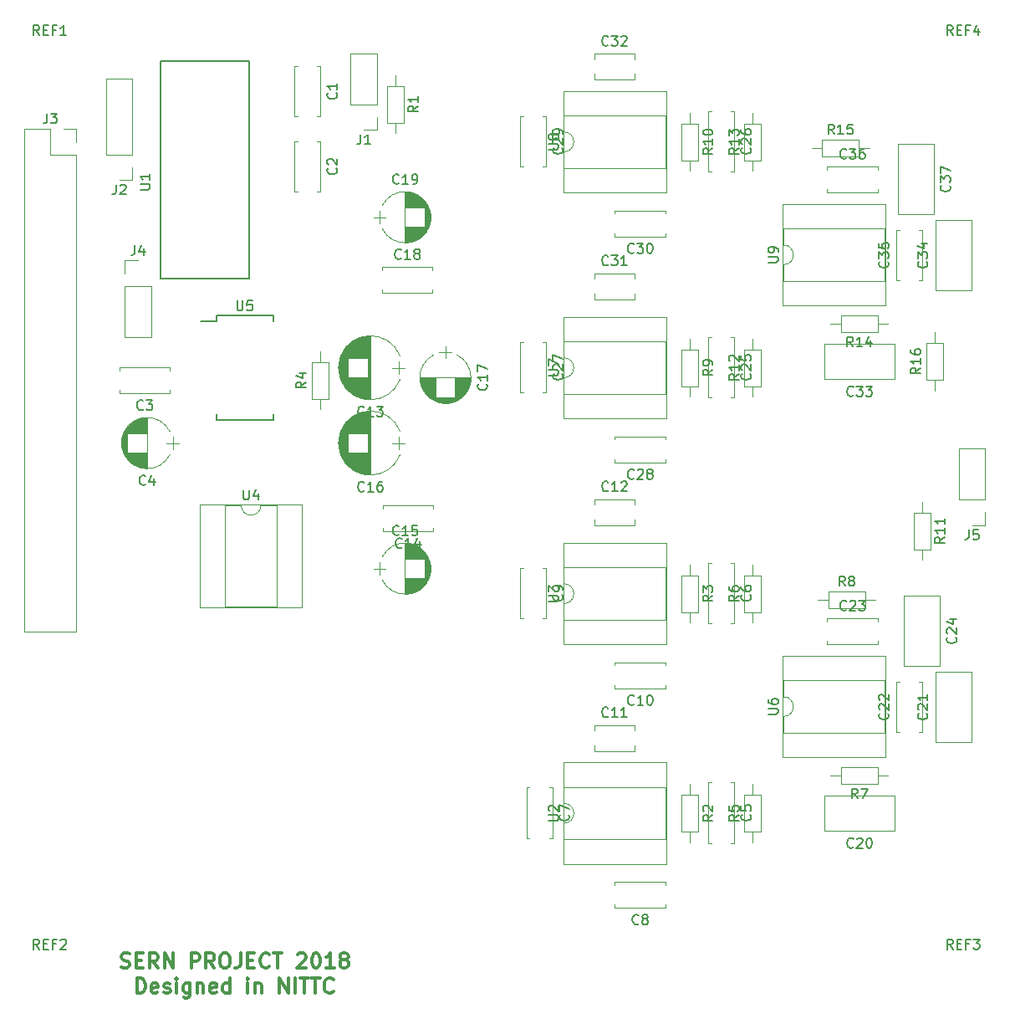
<source format=gto>
G04 #@! TF.FileFunction,Legend,Top*
%FSLAX46Y46*%
G04 Gerber Fmt 4.6, Leading zero omitted, Abs format (unit mm)*
G04 Created by KiCad (PCBNEW 4.0.7) date Wed Jan 24 20:33:12 2018*
%MOMM*%
%LPD*%
G01*
G04 APERTURE LIST*
%ADD10C,0.100000*%
%ADD11C,0.300000*%
%ADD12C,0.120000*%
%ADD13C,0.150000*%
%ADD14C,1.600000*%
%ADD15R,1.600000X1.600000*%
%ADD16R,1.700000X1.700000*%
%ADD17O,1.700000X1.700000*%
%ADD18C,1.400000*%
%ADD19O,1.400000X1.400000*%
%ADD20O,1.600000X1.600000*%
%ADD21C,1.524000*%
%ADD22R,1.750000X0.450000*%
%ADD23C,3.200000*%
G04 APERTURE END LIST*
D10*
D11*
X51000001Y-134332143D02*
X51214287Y-134403571D01*
X51571430Y-134403571D01*
X51714287Y-134332143D01*
X51785716Y-134260714D01*
X51857144Y-134117857D01*
X51857144Y-133975000D01*
X51785716Y-133832143D01*
X51714287Y-133760714D01*
X51571430Y-133689286D01*
X51285716Y-133617857D01*
X51142858Y-133546429D01*
X51071430Y-133475000D01*
X51000001Y-133332143D01*
X51000001Y-133189286D01*
X51071430Y-133046429D01*
X51142858Y-132975000D01*
X51285716Y-132903571D01*
X51642858Y-132903571D01*
X51857144Y-132975000D01*
X52500001Y-133617857D02*
X53000001Y-133617857D01*
X53214287Y-134403571D02*
X52500001Y-134403571D01*
X52500001Y-132903571D01*
X53214287Y-132903571D01*
X54714287Y-134403571D02*
X54214287Y-133689286D01*
X53857144Y-134403571D02*
X53857144Y-132903571D01*
X54428572Y-132903571D01*
X54571430Y-132975000D01*
X54642858Y-133046429D01*
X54714287Y-133189286D01*
X54714287Y-133403571D01*
X54642858Y-133546429D01*
X54571430Y-133617857D01*
X54428572Y-133689286D01*
X53857144Y-133689286D01*
X55357144Y-134403571D02*
X55357144Y-132903571D01*
X56214287Y-134403571D01*
X56214287Y-132903571D01*
X58071430Y-134403571D02*
X58071430Y-132903571D01*
X58642858Y-132903571D01*
X58785716Y-132975000D01*
X58857144Y-133046429D01*
X58928573Y-133189286D01*
X58928573Y-133403571D01*
X58857144Y-133546429D01*
X58785716Y-133617857D01*
X58642858Y-133689286D01*
X58071430Y-133689286D01*
X60428573Y-134403571D02*
X59928573Y-133689286D01*
X59571430Y-134403571D02*
X59571430Y-132903571D01*
X60142858Y-132903571D01*
X60285716Y-132975000D01*
X60357144Y-133046429D01*
X60428573Y-133189286D01*
X60428573Y-133403571D01*
X60357144Y-133546429D01*
X60285716Y-133617857D01*
X60142858Y-133689286D01*
X59571430Y-133689286D01*
X61357144Y-132903571D02*
X61642858Y-132903571D01*
X61785716Y-132975000D01*
X61928573Y-133117857D01*
X62000001Y-133403571D01*
X62000001Y-133903571D01*
X61928573Y-134189286D01*
X61785716Y-134332143D01*
X61642858Y-134403571D01*
X61357144Y-134403571D01*
X61214287Y-134332143D01*
X61071430Y-134189286D01*
X61000001Y-133903571D01*
X61000001Y-133403571D01*
X61071430Y-133117857D01*
X61214287Y-132975000D01*
X61357144Y-132903571D01*
X63071430Y-132903571D02*
X63071430Y-133975000D01*
X63000002Y-134189286D01*
X62857145Y-134332143D01*
X62642859Y-134403571D01*
X62500002Y-134403571D01*
X63785716Y-133617857D02*
X64285716Y-133617857D01*
X64500002Y-134403571D02*
X63785716Y-134403571D01*
X63785716Y-132903571D01*
X64500002Y-132903571D01*
X66000002Y-134260714D02*
X65928573Y-134332143D01*
X65714287Y-134403571D01*
X65571430Y-134403571D01*
X65357145Y-134332143D01*
X65214287Y-134189286D01*
X65142859Y-134046429D01*
X65071430Y-133760714D01*
X65071430Y-133546429D01*
X65142859Y-133260714D01*
X65214287Y-133117857D01*
X65357145Y-132975000D01*
X65571430Y-132903571D01*
X65714287Y-132903571D01*
X65928573Y-132975000D01*
X66000002Y-133046429D01*
X66428573Y-132903571D02*
X67285716Y-132903571D01*
X66857145Y-134403571D02*
X66857145Y-132903571D01*
X68857144Y-133046429D02*
X68928573Y-132975000D01*
X69071430Y-132903571D01*
X69428573Y-132903571D01*
X69571430Y-132975000D01*
X69642859Y-133046429D01*
X69714287Y-133189286D01*
X69714287Y-133332143D01*
X69642859Y-133546429D01*
X68785716Y-134403571D01*
X69714287Y-134403571D01*
X70642858Y-132903571D02*
X70785715Y-132903571D01*
X70928572Y-132975000D01*
X71000001Y-133046429D01*
X71071430Y-133189286D01*
X71142858Y-133475000D01*
X71142858Y-133832143D01*
X71071430Y-134117857D01*
X71000001Y-134260714D01*
X70928572Y-134332143D01*
X70785715Y-134403571D01*
X70642858Y-134403571D01*
X70500001Y-134332143D01*
X70428572Y-134260714D01*
X70357144Y-134117857D01*
X70285715Y-133832143D01*
X70285715Y-133475000D01*
X70357144Y-133189286D01*
X70428572Y-133046429D01*
X70500001Y-132975000D01*
X70642858Y-132903571D01*
X72571429Y-134403571D02*
X71714286Y-134403571D01*
X72142858Y-134403571D02*
X72142858Y-132903571D01*
X72000001Y-133117857D01*
X71857143Y-133260714D01*
X71714286Y-133332143D01*
X73428572Y-133546429D02*
X73285714Y-133475000D01*
X73214286Y-133403571D01*
X73142857Y-133260714D01*
X73142857Y-133189286D01*
X73214286Y-133046429D01*
X73285714Y-132975000D01*
X73428572Y-132903571D01*
X73714286Y-132903571D01*
X73857143Y-132975000D01*
X73928572Y-133046429D01*
X74000000Y-133189286D01*
X74000000Y-133260714D01*
X73928572Y-133403571D01*
X73857143Y-133475000D01*
X73714286Y-133546429D01*
X73428572Y-133546429D01*
X73285714Y-133617857D01*
X73214286Y-133689286D01*
X73142857Y-133832143D01*
X73142857Y-134117857D01*
X73214286Y-134260714D01*
X73285714Y-134332143D01*
X73428572Y-134403571D01*
X73714286Y-134403571D01*
X73857143Y-134332143D01*
X73928572Y-134260714D01*
X74000000Y-134117857D01*
X74000000Y-133832143D01*
X73928572Y-133689286D01*
X73857143Y-133617857D01*
X73714286Y-133546429D01*
X52607143Y-136953571D02*
X52607143Y-135453571D01*
X52964286Y-135453571D01*
X53178571Y-135525000D01*
X53321429Y-135667857D01*
X53392857Y-135810714D01*
X53464286Y-136096429D01*
X53464286Y-136310714D01*
X53392857Y-136596429D01*
X53321429Y-136739286D01*
X53178571Y-136882143D01*
X52964286Y-136953571D01*
X52607143Y-136953571D01*
X54678571Y-136882143D02*
X54535714Y-136953571D01*
X54250000Y-136953571D01*
X54107143Y-136882143D01*
X54035714Y-136739286D01*
X54035714Y-136167857D01*
X54107143Y-136025000D01*
X54250000Y-135953571D01*
X54535714Y-135953571D01*
X54678571Y-136025000D01*
X54750000Y-136167857D01*
X54750000Y-136310714D01*
X54035714Y-136453571D01*
X55321428Y-136882143D02*
X55464285Y-136953571D01*
X55750000Y-136953571D01*
X55892857Y-136882143D01*
X55964285Y-136739286D01*
X55964285Y-136667857D01*
X55892857Y-136525000D01*
X55750000Y-136453571D01*
X55535714Y-136453571D01*
X55392857Y-136382143D01*
X55321428Y-136239286D01*
X55321428Y-136167857D01*
X55392857Y-136025000D01*
X55535714Y-135953571D01*
X55750000Y-135953571D01*
X55892857Y-136025000D01*
X56607143Y-136953571D02*
X56607143Y-135953571D01*
X56607143Y-135453571D02*
X56535714Y-135525000D01*
X56607143Y-135596429D01*
X56678571Y-135525000D01*
X56607143Y-135453571D01*
X56607143Y-135596429D01*
X57964286Y-135953571D02*
X57964286Y-137167857D01*
X57892857Y-137310714D01*
X57821429Y-137382143D01*
X57678572Y-137453571D01*
X57464286Y-137453571D01*
X57321429Y-137382143D01*
X57964286Y-136882143D02*
X57821429Y-136953571D01*
X57535715Y-136953571D01*
X57392857Y-136882143D01*
X57321429Y-136810714D01*
X57250000Y-136667857D01*
X57250000Y-136239286D01*
X57321429Y-136096429D01*
X57392857Y-136025000D01*
X57535715Y-135953571D01*
X57821429Y-135953571D01*
X57964286Y-136025000D01*
X58678572Y-135953571D02*
X58678572Y-136953571D01*
X58678572Y-136096429D02*
X58750000Y-136025000D01*
X58892858Y-135953571D01*
X59107143Y-135953571D01*
X59250000Y-136025000D01*
X59321429Y-136167857D01*
X59321429Y-136953571D01*
X60607143Y-136882143D02*
X60464286Y-136953571D01*
X60178572Y-136953571D01*
X60035715Y-136882143D01*
X59964286Y-136739286D01*
X59964286Y-136167857D01*
X60035715Y-136025000D01*
X60178572Y-135953571D01*
X60464286Y-135953571D01*
X60607143Y-136025000D01*
X60678572Y-136167857D01*
X60678572Y-136310714D01*
X59964286Y-136453571D01*
X61964286Y-136953571D02*
X61964286Y-135453571D01*
X61964286Y-136882143D02*
X61821429Y-136953571D01*
X61535715Y-136953571D01*
X61392857Y-136882143D01*
X61321429Y-136810714D01*
X61250000Y-136667857D01*
X61250000Y-136239286D01*
X61321429Y-136096429D01*
X61392857Y-136025000D01*
X61535715Y-135953571D01*
X61821429Y-135953571D01*
X61964286Y-136025000D01*
X63821429Y-136953571D02*
X63821429Y-135953571D01*
X63821429Y-135453571D02*
X63750000Y-135525000D01*
X63821429Y-135596429D01*
X63892857Y-135525000D01*
X63821429Y-135453571D01*
X63821429Y-135596429D01*
X64535715Y-135953571D02*
X64535715Y-136953571D01*
X64535715Y-136096429D02*
X64607143Y-136025000D01*
X64750001Y-135953571D01*
X64964286Y-135953571D01*
X65107143Y-136025000D01*
X65178572Y-136167857D01*
X65178572Y-136953571D01*
X67035715Y-136953571D02*
X67035715Y-135453571D01*
X67892858Y-136953571D01*
X67892858Y-135453571D01*
X68607144Y-136953571D02*
X68607144Y-135453571D01*
X69107144Y-135453571D02*
X69964287Y-135453571D01*
X69535716Y-136953571D02*
X69535716Y-135453571D01*
X70250001Y-135453571D02*
X71107144Y-135453571D01*
X70678573Y-136953571D02*
X70678573Y-135453571D01*
X72464287Y-136810714D02*
X72392858Y-136882143D01*
X72178572Y-136953571D01*
X72035715Y-136953571D01*
X71821430Y-136882143D01*
X71678572Y-136739286D01*
X71607144Y-136596429D01*
X71535715Y-136310714D01*
X71535715Y-136096429D01*
X71607144Y-135810714D01*
X71678572Y-135667857D01*
X71821430Y-135525000D01*
X72035715Y-135453571D01*
X72178572Y-135453571D01*
X72392858Y-135525000D01*
X72464287Y-135596429D01*
D12*
X94655000Y-116145000D02*
X94655000Y-121265000D01*
X92035000Y-116145000D02*
X92035000Y-121265000D01*
X94655000Y-116145000D02*
X94341000Y-116145000D01*
X92349000Y-116145000D02*
X92035000Y-116145000D01*
X94655000Y-121265000D02*
X94341000Y-121265000D01*
X92349000Y-121265000D02*
X92035000Y-121265000D01*
X82610000Y-90210000D02*
X77490000Y-90210000D01*
X82610000Y-87590000D02*
X77490000Y-87590000D01*
X82610000Y-90210000D02*
X82610000Y-89896000D01*
X82610000Y-87904000D02*
X82610000Y-87590000D01*
X77490000Y-90210000D02*
X77490000Y-89896000D01*
X77490000Y-87904000D02*
X77490000Y-87590000D01*
X77410000Y-63460000D02*
X82530000Y-63460000D01*
X77410000Y-66080000D02*
X82530000Y-66080000D01*
X77410000Y-63460000D02*
X77410000Y-63774000D01*
X77410000Y-65766000D02*
X77410000Y-66080000D01*
X82530000Y-63460000D02*
X82530000Y-63774000D01*
X82530000Y-65766000D02*
X82530000Y-66080000D01*
X82045722Y-57240277D02*
G75*
G03X77434420Y-57240000I-2305722J-1179723D01*
G01*
X82045722Y-59599723D02*
G75*
G02X77434420Y-59600000I-2305722J1179723D01*
G01*
X82045722Y-59599723D02*
G75*
G03X82045580Y-57240000I-2305722J1179723D01*
G01*
X79740000Y-55870000D02*
X79740000Y-60970000D01*
X79780000Y-55870000D02*
X79780000Y-57440000D01*
X79780000Y-59400000D02*
X79780000Y-60970000D01*
X79820000Y-55871000D02*
X79820000Y-57440000D01*
X79820000Y-59400000D02*
X79820000Y-60969000D01*
X79860000Y-55872000D02*
X79860000Y-57440000D01*
X79860000Y-59400000D02*
X79860000Y-60968000D01*
X79900000Y-55874000D02*
X79900000Y-57440000D01*
X79900000Y-59400000D02*
X79900000Y-60966000D01*
X79940000Y-55877000D02*
X79940000Y-57440000D01*
X79940000Y-59400000D02*
X79940000Y-60963000D01*
X79980000Y-55881000D02*
X79980000Y-57440000D01*
X79980000Y-59400000D02*
X79980000Y-60959000D01*
X80020000Y-55885000D02*
X80020000Y-57440000D01*
X80020000Y-59400000D02*
X80020000Y-60955000D01*
X80060000Y-55889000D02*
X80060000Y-57440000D01*
X80060000Y-59400000D02*
X80060000Y-60951000D01*
X80100000Y-55895000D02*
X80100000Y-57440000D01*
X80100000Y-59400000D02*
X80100000Y-60945000D01*
X80140000Y-55901000D02*
X80140000Y-57440000D01*
X80140000Y-59400000D02*
X80140000Y-60939000D01*
X80180000Y-55907000D02*
X80180000Y-57440000D01*
X80180000Y-59400000D02*
X80180000Y-60933000D01*
X80220000Y-55914000D02*
X80220000Y-57440000D01*
X80220000Y-59400000D02*
X80220000Y-60926000D01*
X80260000Y-55922000D02*
X80260000Y-57440000D01*
X80260000Y-59400000D02*
X80260000Y-60918000D01*
X80300000Y-55931000D02*
X80300000Y-57440000D01*
X80300000Y-59400000D02*
X80300000Y-60909000D01*
X80340000Y-55940000D02*
X80340000Y-57440000D01*
X80340000Y-59400000D02*
X80340000Y-60900000D01*
X80380000Y-55950000D02*
X80380000Y-57440000D01*
X80380000Y-59400000D02*
X80380000Y-60890000D01*
X80420000Y-55960000D02*
X80420000Y-57440000D01*
X80420000Y-59400000D02*
X80420000Y-60880000D01*
X80461000Y-55972000D02*
X80461000Y-57440000D01*
X80461000Y-59400000D02*
X80461000Y-60868000D01*
X80501000Y-55984000D02*
X80501000Y-57440000D01*
X80501000Y-59400000D02*
X80501000Y-60856000D01*
X80541000Y-55996000D02*
X80541000Y-57440000D01*
X80541000Y-59400000D02*
X80541000Y-60844000D01*
X80581000Y-56010000D02*
X80581000Y-57440000D01*
X80581000Y-59400000D02*
X80581000Y-60830000D01*
X80621000Y-56024000D02*
X80621000Y-57440000D01*
X80621000Y-59400000D02*
X80621000Y-60816000D01*
X80661000Y-56038000D02*
X80661000Y-57440000D01*
X80661000Y-59400000D02*
X80661000Y-60802000D01*
X80701000Y-56054000D02*
X80701000Y-57440000D01*
X80701000Y-59400000D02*
X80701000Y-60786000D01*
X80741000Y-56070000D02*
X80741000Y-57440000D01*
X80741000Y-59400000D02*
X80741000Y-60770000D01*
X80781000Y-56087000D02*
X80781000Y-57440000D01*
X80781000Y-59400000D02*
X80781000Y-60753000D01*
X80821000Y-56105000D02*
X80821000Y-57440000D01*
X80821000Y-59400000D02*
X80821000Y-60735000D01*
X80861000Y-56124000D02*
X80861000Y-57440000D01*
X80861000Y-59400000D02*
X80861000Y-60716000D01*
X80901000Y-56144000D02*
X80901000Y-57440000D01*
X80901000Y-59400000D02*
X80901000Y-60696000D01*
X80941000Y-56164000D02*
X80941000Y-57440000D01*
X80941000Y-59400000D02*
X80941000Y-60676000D01*
X80981000Y-56186000D02*
X80981000Y-57440000D01*
X80981000Y-59400000D02*
X80981000Y-60654000D01*
X81021000Y-56208000D02*
X81021000Y-57440000D01*
X81021000Y-59400000D02*
X81021000Y-60632000D01*
X81061000Y-56231000D02*
X81061000Y-57440000D01*
X81061000Y-59400000D02*
X81061000Y-60609000D01*
X81101000Y-56255000D02*
X81101000Y-57440000D01*
X81101000Y-59400000D02*
X81101000Y-60585000D01*
X81141000Y-56280000D02*
X81141000Y-57440000D01*
X81141000Y-59400000D02*
X81141000Y-60560000D01*
X81181000Y-56307000D02*
X81181000Y-57440000D01*
X81181000Y-59400000D02*
X81181000Y-60533000D01*
X81221000Y-56334000D02*
X81221000Y-57440000D01*
X81221000Y-59400000D02*
X81221000Y-60506000D01*
X81261000Y-56362000D02*
X81261000Y-57440000D01*
X81261000Y-59400000D02*
X81261000Y-60478000D01*
X81301000Y-56392000D02*
X81301000Y-57440000D01*
X81301000Y-59400000D02*
X81301000Y-60448000D01*
X81341000Y-56423000D02*
X81341000Y-57440000D01*
X81341000Y-59400000D02*
X81341000Y-60417000D01*
X81381000Y-56455000D02*
X81381000Y-57440000D01*
X81381000Y-59400000D02*
X81381000Y-60385000D01*
X81421000Y-56488000D02*
X81421000Y-57440000D01*
X81421000Y-59400000D02*
X81421000Y-60352000D01*
X81461000Y-56523000D02*
X81461000Y-57440000D01*
X81461000Y-59400000D02*
X81461000Y-60317000D01*
X81501000Y-56559000D02*
X81501000Y-57440000D01*
X81501000Y-59400000D02*
X81501000Y-60281000D01*
X81541000Y-56597000D02*
X81541000Y-57440000D01*
X81541000Y-59400000D02*
X81541000Y-60243000D01*
X81581000Y-56637000D02*
X81581000Y-57440000D01*
X81581000Y-59400000D02*
X81581000Y-60203000D01*
X81621000Y-56678000D02*
X81621000Y-57440000D01*
X81621000Y-59400000D02*
X81621000Y-60162000D01*
X81661000Y-56721000D02*
X81661000Y-57440000D01*
X81661000Y-59400000D02*
X81661000Y-60119000D01*
X81701000Y-56766000D02*
X81701000Y-57440000D01*
X81701000Y-59400000D02*
X81701000Y-60074000D01*
X81741000Y-56814000D02*
X81741000Y-60026000D01*
X81781000Y-56864000D02*
X81781000Y-59976000D01*
X81821000Y-56916000D02*
X81821000Y-59924000D01*
X81861000Y-56972000D02*
X81861000Y-59868000D01*
X81901000Y-57030000D02*
X81901000Y-59810000D01*
X81941000Y-57093000D02*
X81941000Y-59747000D01*
X81981000Y-57159000D02*
X81981000Y-59681000D01*
X82021000Y-57231000D02*
X82021000Y-59609000D01*
X82061000Y-57308000D02*
X82061000Y-59532000D01*
X82101000Y-57392000D02*
X82101000Y-59448000D01*
X82141000Y-57486000D02*
X82141000Y-59354000D01*
X82181000Y-57591000D02*
X82181000Y-59249000D01*
X82221000Y-57713000D02*
X82221000Y-59127000D01*
X82261000Y-57861000D02*
X82261000Y-58979000D01*
X82301000Y-58066000D02*
X82301000Y-58774000D01*
X76540000Y-58420000D02*
X77740000Y-58420000D01*
X77140000Y-57770000D02*
X77140000Y-59070000D01*
X129500000Y-110550000D02*
X129500000Y-105430000D01*
X132120000Y-110550000D02*
X132120000Y-105430000D01*
X129500000Y-110550000D02*
X129814000Y-110550000D01*
X131806000Y-110550000D02*
X132120000Y-110550000D01*
X129500000Y-105430000D02*
X129814000Y-105430000D01*
X131806000Y-105430000D02*
X132120000Y-105430000D01*
X133890000Y-96730000D02*
X133890000Y-103850000D01*
X130270000Y-96730000D02*
X130270000Y-103850000D01*
X133890000Y-96730000D02*
X130270000Y-96730000D01*
X133890000Y-103850000D02*
X130270000Y-103850000D01*
X94020000Y-71060000D02*
X94020000Y-76180000D01*
X91400000Y-71060000D02*
X91400000Y-76180000D01*
X94020000Y-71060000D02*
X93706000Y-71060000D01*
X91714000Y-71060000D02*
X91400000Y-71060000D01*
X94020000Y-76180000D02*
X93706000Y-76180000D01*
X91714000Y-76180000D02*
X91400000Y-76180000D01*
X133255000Y-51010000D02*
X133255000Y-58130000D01*
X129635000Y-51010000D02*
X129635000Y-58130000D01*
X133255000Y-51010000D02*
X129635000Y-51010000D01*
X133255000Y-58130000D02*
X129635000Y-58130000D01*
X76895000Y-41850000D02*
X74235000Y-41850000D01*
X76895000Y-46990000D02*
X76895000Y-41850000D01*
X74235000Y-46990000D02*
X74235000Y-41850000D01*
X76895000Y-46990000D02*
X74235000Y-46990000D01*
X76895000Y-48260000D02*
X76895000Y-49590000D01*
X76895000Y-49590000D02*
X75565000Y-49590000D01*
X79600000Y-45130000D02*
X77880000Y-45130000D01*
X77880000Y-45130000D02*
X77880000Y-48850000D01*
X77880000Y-48850000D02*
X79600000Y-48850000D01*
X79600000Y-48850000D02*
X79600000Y-45130000D01*
X78740000Y-44060000D02*
X78740000Y-45130000D01*
X78740000Y-49920000D02*
X78740000Y-48850000D01*
X109445000Y-116885000D02*
X107725000Y-116885000D01*
X107725000Y-116885000D02*
X107725000Y-120605000D01*
X107725000Y-120605000D02*
X109445000Y-120605000D01*
X109445000Y-120605000D02*
X109445000Y-116885000D01*
X108585000Y-115815000D02*
X108585000Y-116885000D01*
X108585000Y-121675000D02*
X108585000Y-120605000D01*
X95825000Y-117745000D02*
G75*
G02X95825000Y-119745000I0J-1000000D01*
G01*
X95825000Y-119745000D02*
X95825000Y-121395000D01*
X95825000Y-121395000D02*
X106105000Y-121395000D01*
X106105000Y-121395000D02*
X106105000Y-116095000D01*
X106105000Y-116095000D02*
X95825000Y-116095000D01*
X95825000Y-116095000D02*
X95825000Y-117745000D01*
X95765000Y-123885000D02*
X106165000Y-123885000D01*
X106165000Y-123885000D02*
X106165000Y-113605000D01*
X106165000Y-113605000D02*
X95765000Y-113605000D01*
X95765000Y-113605000D02*
X95765000Y-123885000D01*
X95825000Y-95520000D02*
G75*
G02X95825000Y-97520000I0J-1000000D01*
G01*
X95825000Y-97520000D02*
X95825000Y-99170000D01*
X95825000Y-99170000D02*
X106105000Y-99170000D01*
X106105000Y-99170000D02*
X106105000Y-93870000D01*
X106105000Y-93870000D02*
X95825000Y-93870000D01*
X95825000Y-93870000D02*
X95825000Y-95520000D01*
X95765000Y-101660000D02*
X106165000Y-101660000D01*
X106165000Y-101660000D02*
X106165000Y-91380000D01*
X106165000Y-91380000D02*
X95765000Y-91380000D01*
X95765000Y-91380000D02*
X95765000Y-101660000D01*
X118050000Y-106950000D02*
G75*
G02X118050000Y-108950000I0J-1000000D01*
G01*
X118050000Y-108950000D02*
X118050000Y-110600000D01*
X118050000Y-110600000D02*
X128330000Y-110600000D01*
X128330000Y-110600000D02*
X128330000Y-105300000D01*
X128330000Y-105300000D02*
X118050000Y-105300000D01*
X118050000Y-105300000D02*
X118050000Y-106950000D01*
X117990000Y-113090000D02*
X128390000Y-113090000D01*
X128390000Y-113090000D02*
X128390000Y-102810000D01*
X128390000Y-102810000D02*
X117990000Y-102810000D01*
X117990000Y-102810000D02*
X117990000Y-113090000D01*
X95825000Y-72660000D02*
G75*
G02X95825000Y-74660000I0J-1000000D01*
G01*
X95825000Y-74660000D02*
X95825000Y-76310000D01*
X95825000Y-76310000D02*
X106105000Y-76310000D01*
X106105000Y-76310000D02*
X106105000Y-71010000D01*
X106105000Y-71010000D02*
X95825000Y-71010000D01*
X95825000Y-71010000D02*
X95825000Y-72660000D01*
X95765000Y-78800000D02*
X106165000Y-78800000D01*
X106165000Y-78800000D02*
X106165000Y-68520000D01*
X106165000Y-68520000D02*
X95765000Y-68520000D01*
X95765000Y-68520000D02*
X95765000Y-78800000D01*
X118050000Y-61230000D02*
G75*
G02X118050000Y-63230000I0J-1000000D01*
G01*
X118050000Y-63230000D02*
X118050000Y-64880000D01*
X118050000Y-64880000D02*
X128330000Y-64880000D01*
X128330000Y-64880000D02*
X128330000Y-59580000D01*
X128330000Y-59580000D02*
X118050000Y-59580000D01*
X118050000Y-59580000D02*
X118050000Y-61230000D01*
X117990000Y-67370000D02*
X128390000Y-67370000D01*
X128390000Y-67370000D02*
X128390000Y-57090000D01*
X128390000Y-57090000D02*
X117990000Y-57090000D01*
X117990000Y-57090000D02*
X117990000Y-67370000D01*
X71160000Y-43120000D02*
X71160000Y-48240000D01*
X68540000Y-43120000D02*
X68540000Y-48240000D01*
X71160000Y-43120000D02*
X70846000Y-43120000D01*
X68854000Y-43120000D02*
X68540000Y-43120000D01*
X71160000Y-48240000D02*
X70846000Y-48240000D01*
X68854000Y-48240000D02*
X68540000Y-48240000D01*
X71160000Y-50740000D02*
X71160000Y-55860000D01*
X68540000Y-50740000D02*
X68540000Y-55860000D01*
X71160000Y-50740000D02*
X70846000Y-50740000D01*
X68854000Y-50740000D02*
X68540000Y-50740000D01*
X71160000Y-55860000D02*
X70846000Y-55860000D01*
X68854000Y-55860000D02*
X68540000Y-55860000D01*
X55940000Y-76240000D02*
X50820000Y-76240000D01*
X55940000Y-73620000D02*
X50820000Y-73620000D01*
X55940000Y-76240000D02*
X55940000Y-75926000D01*
X55940000Y-73934000D02*
X55940000Y-73620000D01*
X50820000Y-76240000D02*
X50820000Y-75926000D01*
X50820000Y-73934000D02*
X50820000Y-73620000D01*
X51304278Y-82459723D02*
G75*
G03X55915580Y-82460000I2305722J1179723D01*
G01*
X51304278Y-80100277D02*
G75*
G02X55915580Y-80100000I2305722J-1179723D01*
G01*
X51304278Y-80100277D02*
G75*
G03X51304420Y-82460000I2305722J-1179723D01*
G01*
X53610000Y-83830000D02*
X53610000Y-78730000D01*
X53570000Y-83830000D02*
X53570000Y-82260000D01*
X53570000Y-80300000D02*
X53570000Y-78730000D01*
X53530000Y-83829000D02*
X53530000Y-82260000D01*
X53530000Y-80300000D02*
X53530000Y-78731000D01*
X53490000Y-83828000D02*
X53490000Y-82260000D01*
X53490000Y-80300000D02*
X53490000Y-78732000D01*
X53450000Y-83826000D02*
X53450000Y-82260000D01*
X53450000Y-80300000D02*
X53450000Y-78734000D01*
X53410000Y-83823000D02*
X53410000Y-82260000D01*
X53410000Y-80300000D02*
X53410000Y-78737000D01*
X53370000Y-83819000D02*
X53370000Y-82260000D01*
X53370000Y-80300000D02*
X53370000Y-78741000D01*
X53330000Y-83815000D02*
X53330000Y-82260000D01*
X53330000Y-80300000D02*
X53330000Y-78745000D01*
X53290000Y-83811000D02*
X53290000Y-82260000D01*
X53290000Y-80300000D02*
X53290000Y-78749000D01*
X53250000Y-83805000D02*
X53250000Y-82260000D01*
X53250000Y-80300000D02*
X53250000Y-78755000D01*
X53210000Y-83799000D02*
X53210000Y-82260000D01*
X53210000Y-80300000D02*
X53210000Y-78761000D01*
X53170000Y-83793000D02*
X53170000Y-82260000D01*
X53170000Y-80300000D02*
X53170000Y-78767000D01*
X53130000Y-83786000D02*
X53130000Y-82260000D01*
X53130000Y-80300000D02*
X53130000Y-78774000D01*
X53090000Y-83778000D02*
X53090000Y-82260000D01*
X53090000Y-80300000D02*
X53090000Y-78782000D01*
X53050000Y-83769000D02*
X53050000Y-82260000D01*
X53050000Y-80300000D02*
X53050000Y-78791000D01*
X53010000Y-83760000D02*
X53010000Y-82260000D01*
X53010000Y-80300000D02*
X53010000Y-78800000D01*
X52970000Y-83750000D02*
X52970000Y-82260000D01*
X52970000Y-80300000D02*
X52970000Y-78810000D01*
X52930000Y-83740000D02*
X52930000Y-82260000D01*
X52930000Y-80300000D02*
X52930000Y-78820000D01*
X52889000Y-83728000D02*
X52889000Y-82260000D01*
X52889000Y-80300000D02*
X52889000Y-78832000D01*
X52849000Y-83716000D02*
X52849000Y-82260000D01*
X52849000Y-80300000D02*
X52849000Y-78844000D01*
X52809000Y-83704000D02*
X52809000Y-82260000D01*
X52809000Y-80300000D02*
X52809000Y-78856000D01*
X52769000Y-83690000D02*
X52769000Y-82260000D01*
X52769000Y-80300000D02*
X52769000Y-78870000D01*
X52729000Y-83676000D02*
X52729000Y-82260000D01*
X52729000Y-80300000D02*
X52729000Y-78884000D01*
X52689000Y-83662000D02*
X52689000Y-82260000D01*
X52689000Y-80300000D02*
X52689000Y-78898000D01*
X52649000Y-83646000D02*
X52649000Y-82260000D01*
X52649000Y-80300000D02*
X52649000Y-78914000D01*
X52609000Y-83630000D02*
X52609000Y-82260000D01*
X52609000Y-80300000D02*
X52609000Y-78930000D01*
X52569000Y-83613000D02*
X52569000Y-82260000D01*
X52569000Y-80300000D02*
X52569000Y-78947000D01*
X52529000Y-83595000D02*
X52529000Y-82260000D01*
X52529000Y-80300000D02*
X52529000Y-78965000D01*
X52489000Y-83576000D02*
X52489000Y-82260000D01*
X52489000Y-80300000D02*
X52489000Y-78984000D01*
X52449000Y-83556000D02*
X52449000Y-82260000D01*
X52449000Y-80300000D02*
X52449000Y-79004000D01*
X52409000Y-83536000D02*
X52409000Y-82260000D01*
X52409000Y-80300000D02*
X52409000Y-79024000D01*
X52369000Y-83514000D02*
X52369000Y-82260000D01*
X52369000Y-80300000D02*
X52369000Y-79046000D01*
X52329000Y-83492000D02*
X52329000Y-82260000D01*
X52329000Y-80300000D02*
X52329000Y-79068000D01*
X52289000Y-83469000D02*
X52289000Y-82260000D01*
X52289000Y-80300000D02*
X52289000Y-79091000D01*
X52249000Y-83445000D02*
X52249000Y-82260000D01*
X52249000Y-80300000D02*
X52249000Y-79115000D01*
X52209000Y-83420000D02*
X52209000Y-82260000D01*
X52209000Y-80300000D02*
X52209000Y-79140000D01*
X52169000Y-83393000D02*
X52169000Y-82260000D01*
X52169000Y-80300000D02*
X52169000Y-79167000D01*
X52129000Y-83366000D02*
X52129000Y-82260000D01*
X52129000Y-80300000D02*
X52129000Y-79194000D01*
X52089000Y-83338000D02*
X52089000Y-82260000D01*
X52089000Y-80300000D02*
X52089000Y-79222000D01*
X52049000Y-83308000D02*
X52049000Y-82260000D01*
X52049000Y-80300000D02*
X52049000Y-79252000D01*
X52009000Y-83277000D02*
X52009000Y-82260000D01*
X52009000Y-80300000D02*
X52009000Y-79283000D01*
X51969000Y-83245000D02*
X51969000Y-82260000D01*
X51969000Y-80300000D02*
X51969000Y-79315000D01*
X51929000Y-83212000D02*
X51929000Y-82260000D01*
X51929000Y-80300000D02*
X51929000Y-79348000D01*
X51889000Y-83177000D02*
X51889000Y-82260000D01*
X51889000Y-80300000D02*
X51889000Y-79383000D01*
X51849000Y-83141000D02*
X51849000Y-82260000D01*
X51849000Y-80300000D02*
X51849000Y-79419000D01*
X51809000Y-83103000D02*
X51809000Y-82260000D01*
X51809000Y-80300000D02*
X51809000Y-79457000D01*
X51769000Y-83063000D02*
X51769000Y-82260000D01*
X51769000Y-80300000D02*
X51769000Y-79497000D01*
X51729000Y-83022000D02*
X51729000Y-82260000D01*
X51729000Y-80300000D02*
X51729000Y-79538000D01*
X51689000Y-82979000D02*
X51689000Y-82260000D01*
X51689000Y-80300000D02*
X51689000Y-79581000D01*
X51649000Y-82934000D02*
X51649000Y-82260000D01*
X51649000Y-80300000D02*
X51649000Y-79626000D01*
X51609000Y-82886000D02*
X51609000Y-79674000D01*
X51569000Y-82836000D02*
X51569000Y-79724000D01*
X51529000Y-82784000D02*
X51529000Y-79776000D01*
X51489000Y-82728000D02*
X51489000Y-79832000D01*
X51449000Y-82670000D02*
X51449000Y-79890000D01*
X51409000Y-82607000D02*
X51409000Y-79953000D01*
X51369000Y-82541000D02*
X51369000Y-80019000D01*
X51329000Y-82469000D02*
X51329000Y-80091000D01*
X51289000Y-82392000D02*
X51289000Y-80168000D01*
X51249000Y-82308000D02*
X51249000Y-80252000D01*
X51209000Y-82214000D02*
X51209000Y-80346000D01*
X51169000Y-82109000D02*
X51169000Y-80451000D01*
X51129000Y-81987000D02*
X51129000Y-80573000D01*
X51089000Y-81839000D02*
X51089000Y-80721000D01*
X51049000Y-81634000D02*
X51049000Y-80926000D01*
X56810000Y-81280000D02*
X55610000Y-81280000D01*
X56210000Y-81930000D02*
X56210000Y-80630000D01*
X113070000Y-115645000D02*
X113070000Y-121765000D01*
X110450000Y-115645000D02*
X110450000Y-121765000D01*
X113070000Y-115645000D02*
X112756000Y-115645000D01*
X110764000Y-115645000D02*
X110450000Y-115645000D01*
X113070000Y-121765000D02*
X112756000Y-121765000D01*
X110764000Y-121765000D02*
X110450000Y-121765000D01*
X113070000Y-93420000D02*
X113070000Y-99540000D01*
X110450000Y-93420000D02*
X110450000Y-99540000D01*
X113070000Y-93420000D02*
X112756000Y-93420000D01*
X110764000Y-93420000D02*
X110450000Y-93420000D01*
X113070000Y-99540000D02*
X112756000Y-99540000D01*
X110764000Y-99540000D02*
X110450000Y-99540000D01*
X106105000Y-128310000D02*
X100985000Y-128310000D01*
X106105000Y-125690000D02*
X100985000Y-125690000D01*
X106105000Y-128310000D02*
X106105000Y-127996000D01*
X106105000Y-126004000D02*
X106105000Y-125690000D01*
X100985000Y-128310000D02*
X100985000Y-127996000D01*
X100985000Y-126004000D02*
X100985000Y-125690000D01*
X94020000Y-93920000D02*
X94020000Y-99040000D01*
X91400000Y-93920000D02*
X91400000Y-99040000D01*
X94020000Y-93920000D02*
X93706000Y-93920000D01*
X91714000Y-93920000D02*
X91400000Y-93920000D01*
X94020000Y-99040000D02*
X93706000Y-99040000D01*
X91714000Y-99040000D02*
X91400000Y-99040000D01*
X106105000Y-106085000D02*
X100985000Y-106085000D01*
X106105000Y-103465000D02*
X100985000Y-103465000D01*
X106105000Y-106085000D02*
X106105000Y-105771000D01*
X106105000Y-103779000D02*
X106105000Y-103465000D01*
X100985000Y-106085000D02*
X100985000Y-105771000D01*
X100985000Y-103779000D02*
X100985000Y-103465000D01*
X98885000Y-109815000D02*
X103005000Y-109815000D01*
X98885000Y-112435000D02*
X103005000Y-112435000D01*
X98885000Y-109815000D02*
X98885000Y-110375000D01*
X98885000Y-111875000D02*
X98885000Y-112435000D01*
X103005000Y-109815000D02*
X103005000Y-110375000D01*
X103005000Y-111875000D02*
X103005000Y-112435000D01*
X98885000Y-86955000D02*
X103005000Y-86955000D01*
X98885000Y-89575000D02*
X103005000Y-89575000D01*
X98885000Y-86955000D02*
X98885000Y-87515000D01*
X98885000Y-89015000D02*
X98885000Y-89575000D01*
X103005000Y-86955000D02*
X103005000Y-87515000D01*
X103005000Y-89015000D02*
X103005000Y-89575000D01*
X73202180Y-74839136D02*
G75*
G03X79237482Y-74840000I3017820J1179136D01*
G01*
X73202180Y-72480864D02*
G75*
G02X79237482Y-72480000I3017820J-1179136D01*
G01*
X73202180Y-72480864D02*
G75*
G03X73202518Y-74840000I3017820J-1179136D01*
G01*
X76220000Y-76860000D02*
X76220000Y-70460000D01*
X76180000Y-76860000D02*
X76180000Y-70460000D01*
X76140000Y-76860000D02*
X76140000Y-70460000D01*
X76100000Y-76858000D02*
X76100000Y-70462000D01*
X76060000Y-76857000D02*
X76060000Y-70463000D01*
X76020000Y-76854000D02*
X76020000Y-70466000D01*
X75980000Y-76852000D02*
X75980000Y-70468000D01*
X75940000Y-76848000D02*
X75940000Y-74640000D01*
X75940000Y-72680000D02*
X75940000Y-70472000D01*
X75900000Y-76845000D02*
X75900000Y-74640000D01*
X75900000Y-72680000D02*
X75900000Y-70475000D01*
X75860000Y-76840000D02*
X75860000Y-74640000D01*
X75860000Y-72680000D02*
X75860000Y-70480000D01*
X75820000Y-76836000D02*
X75820000Y-74640000D01*
X75820000Y-72680000D02*
X75820000Y-70484000D01*
X75780000Y-76830000D02*
X75780000Y-74640000D01*
X75780000Y-72680000D02*
X75780000Y-70490000D01*
X75740000Y-76825000D02*
X75740000Y-74640000D01*
X75740000Y-72680000D02*
X75740000Y-70495000D01*
X75700000Y-76818000D02*
X75700000Y-74640000D01*
X75700000Y-72680000D02*
X75700000Y-70502000D01*
X75660000Y-76812000D02*
X75660000Y-74640000D01*
X75660000Y-72680000D02*
X75660000Y-70508000D01*
X75620000Y-76804000D02*
X75620000Y-74640000D01*
X75620000Y-72680000D02*
X75620000Y-70516000D01*
X75580000Y-76797000D02*
X75580000Y-74640000D01*
X75580000Y-72680000D02*
X75580000Y-70523000D01*
X75540000Y-76788000D02*
X75540000Y-74640000D01*
X75540000Y-72680000D02*
X75540000Y-70532000D01*
X75499000Y-76779000D02*
X75499000Y-74640000D01*
X75499000Y-72680000D02*
X75499000Y-70541000D01*
X75459000Y-76770000D02*
X75459000Y-74640000D01*
X75459000Y-72680000D02*
X75459000Y-70550000D01*
X75419000Y-76760000D02*
X75419000Y-74640000D01*
X75419000Y-72680000D02*
X75419000Y-70560000D01*
X75379000Y-76750000D02*
X75379000Y-74640000D01*
X75379000Y-72680000D02*
X75379000Y-70570000D01*
X75339000Y-76739000D02*
X75339000Y-74640000D01*
X75339000Y-72680000D02*
X75339000Y-70581000D01*
X75299000Y-76727000D02*
X75299000Y-74640000D01*
X75299000Y-72680000D02*
X75299000Y-70593000D01*
X75259000Y-76715000D02*
X75259000Y-74640000D01*
X75259000Y-72680000D02*
X75259000Y-70605000D01*
X75219000Y-76702000D02*
X75219000Y-74640000D01*
X75219000Y-72680000D02*
X75219000Y-70618000D01*
X75179000Y-76689000D02*
X75179000Y-74640000D01*
X75179000Y-72680000D02*
X75179000Y-70631000D01*
X75139000Y-76675000D02*
X75139000Y-74640000D01*
X75139000Y-72680000D02*
X75139000Y-70645000D01*
X75099000Y-76661000D02*
X75099000Y-74640000D01*
X75099000Y-72680000D02*
X75099000Y-70659000D01*
X75059000Y-76646000D02*
X75059000Y-74640000D01*
X75059000Y-72680000D02*
X75059000Y-70674000D01*
X75019000Y-76630000D02*
X75019000Y-74640000D01*
X75019000Y-72680000D02*
X75019000Y-70690000D01*
X74979000Y-76614000D02*
X74979000Y-74640000D01*
X74979000Y-72680000D02*
X74979000Y-70706000D01*
X74939000Y-76597000D02*
X74939000Y-74640000D01*
X74939000Y-72680000D02*
X74939000Y-70723000D01*
X74899000Y-76579000D02*
X74899000Y-74640000D01*
X74899000Y-72680000D02*
X74899000Y-70741000D01*
X74859000Y-76561000D02*
X74859000Y-74640000D01*
X74859000Y-72680000D02*
X74859000Y-70759000D01*
X74819000Y-76542000D02*
X74819000Y-74640000D01*
X74819000Y-72680000D02*
X74819000Y-70778000D01*
X74779000Y-76523000D02*
X74779000Y-74640000D01*
X74779000Y-72680000D02*
X74779000Y-70797000D01*
X74739000Y-76503000D02*
X74739000Y-74640000D01*
X74739000Y-72680000D02*
X74739000Y-70817000D01*
X74699000Y-76482000D02*
X74699000Y-74640000D01*
X74699000Y-72680000D02*
X74699000Y-70838000D01*
X74659000Y-76460000D02*
X74659000Y-74640000D01*
X74659000Y-72680000D02*
X74659000Y-70860000D01*
X74619000Y-76438000D02*
X74619000Y-74640000D01*
X74619000Y-72680000D02*
X74619000Y-70882000D01*
X74579000Y-76415000D02*
X74579000Y-74640000D01*
X74579000Y-72680000D02*
X74579000Y-70905000D01*
X74539000Y-76391000D02*
X74539000Y-74640000D01*
X74539000Y-72680000D02*
X74539000Y-70929000D01*
X74499000Y-76366000D02*
X74499000Y-74640000D01*
X74499000Y-72680000D02*
X74499000Y-70954000D01*
X74459000Y-76341000D02*
X74459000Y-74640000D01*
X74459000Y-72680000D02*
X74459000Y-70979000D01*
X74419000Y-76314000D02*
X74419000Y-74640000D01*
X74419000Y-72680000D02*
X74419000Y-71006000D01*
X74379000Y-76287000D02*
X74379000Y-74640000D01*
X74379000Y-72680000D02*
X74379000Y-71033000D01*
X74339000Y-76259000D02*
X74339000Y-74640000D01*
X74339000Y-72680000D02*
X74339000Y-71061000D01*
X74299000Y-76230000D02*
X74299000Y-74640000D01*
X74299000Y-72680000D02*
X74299000Y-71090000D01*
X74259000Y-76200000D02*
X74259000Y-74640000D01*
X74259000Y-72680000D02*
X74259000Y-71120000D01*
X74219000Y-76170000D02*
X74219000Y-74640000D01*
X74219000Y-72680000D02*
X74219000Y-71150000D01*
X74179000Y-76138000D02*
X74179000Y-74640000D01*
X74179000Y-72680000D02*
X74179000Y-71182000D01*
X74139000Y-76105000D02*
X74139000Y-74640000D01*
X74139000Y-72680000D02*
X74139000Y-71215000D01*
X74099000Y-76071000D02*
X74099000Y-74640000D01*
X74099000Y-72680000D02*
X74099000Y-71249000D01*
X74059000Y-76035000D02*
X74059000Y-74640000D01*
X74059000Y-72680000D02*
X74059000Y-71285000D01*
X74019000Y-75999000D02*
X74019000Y-74640000D01*
X74019000Y-72680000D02*
X74019000Y-71321000D01*
X73979000Y-75961000D02*
X73979000Y-71359000D01*
X73939000Y-75922000D02*
X73939000Y-71398000D01*
X73899000Y-75882000D02*
X73899000Y-71438000D01*
X73859000Y-75840000D02*
X73859000Y-71480000D01*
X73819000Y-75797000D02*
X73819000Y-71523000D01*
X73779000Y-75752000D02*
X73779000Y-71568000D01*
X73739000Y-75705000D02*
X73739000Y-71615000D01*
X73699000Y-75657000D02*
X73699000Y-71663000D01*
X73659000Y-75606000D02*
X73659000Y-71714000D01*
X73619000Y-75554000D02*
X73619000Y-71766000D01*
X73579000Y-75499000D02*
X73579000Y-71821000D01*
X73539000Y-75441000D02*
X73539000Y-71879000D01*
X73499000Y-75381000D02*
X73499000Y-71939000D01*
X73459000Y-75318000D02*
X73459000Y-72002000D01*
X73419000Y-75251000D02*
X73419000Y-72069000D01*
X73379000Y-75180000D02*
X73379000Y-72140000D01*
X73339000Y-75105000D02*
X73339000Y-72215000D01*
X73299000Y-75024000D02*
X73299000Y-72296000D01*
X73259000Y-74938000D02*
X73259000Y-72382000D01*
X73219000Y-74844000D02*
X73219000Y-72476000D01*
X73179000Y-74741000D02*
X73179000Y-72579000D01*
X73139000Y-74626000D02*
X73139000Y-72694000D01*
X73099000Y-74494000D02*
X73099000Y-72826000D01*
X73059000Y-74336000D02*
X73059000Y-72984000D01*
X73019000Y-74128000D02*
X73019000Y-73192000D01*
X79670000Y-73660000D02*
X78470000Y-73660000D01*
X79070000Y-74310000D02*
X79070000Y-73010000D01*
X82045722Y-92800277D02*
G75*
G03X77434420Y-92800000I-2305722J-1179723D01*
G01*
X82045722Y-95159723D02*
G75*
G02X77434420Y-95160000I-2305722J1179723D01*
G01*
X82045722Y-95159723D02*
G75*
G03X82045580Y-92800000I-2305722J1179723D01*
G01*
X79740000Y-91430000D02*
X79740000Y-96530000D01*
X79780000Y-91430000D02*
X79780000Y-93000000D01*
X79780000Y-94960000D02*
X79780000Y-96530000D01*
X79820000Y-91431000D02*
X79820000Y-93000000D01*
X79820000Y-94960000D02*
X79820000Y-96529000D01*
X79860000Y-91432000D02*
X79860000Y-93000000D01*
X79860000Y-94960000D02*
X79860000Y-96528000D01*
X79900000Y-91434000D02*
X79900000Y-93000000D01*
X79900000Y-94960000D02*
X79900000Y-96526000D01*
X79940000Y-91437000D02*
X79940000Y-93000000D01*
X79940000Y-94960000D02*
X79940000Y-96523000D01*
X79980000Y-91441000D02*
X79980000Y-93000000D01*
X79980000Y-94960000D02*
X79980000Y-96519000D01*
X80020000Y-91445000D02*
X80020000Y-93000000D01*
X80020000Y-94960000D02*
X80020000Y-96515000D01*
X80060000Y-91449000D02*
X80060000Y-93000000D01*
X80060000Y-94960000D02*
X80060000Y-96511000D01*
X80100000Y-91455000D02*
X80100000Y-93000000D01*
X80100000Y-94960000D02*
X80100000Y-96505000D01*
X80140000Y-91461000D02*
X80140000Y-93000000D01*
X80140000Y-94960000D02*
X80140000Y-96499000D01*
X80180000Y-91467000D02*
X80180000Y-93000000D01*
X80180000Y-94960000D02*
X80180000Y-96493000D01*
X80220000Y-91474000D02*
X80220000Y-93000000D01*
X80220000Y-94960000D02*
X80220000Y-96486000D01*
X80260000Y-91482000D02*
X80260000Y-93000000D01*
X80260000Y-94960000D02*
X80260000Y-96478000D01*
X80300000Y-91491000D02*
X80300000Y-93000000D01*
X80300000Y-94960000D02*
X80300000Y-96469000D01*
X80340000Y-91500000D02*
X80340000Y-93000000D01*
X80340000Y-94960000D02*
X80340000Y-96460000D01*
X80380000Y-91510000D02*
X80380000Y-93000000D01*
X80380000Y-94960000D02*
X80380000Y-96450000D01*
X80420000Y-91520000D02*
X80420000Y-93000000D01*
X80420000Y-94960000D02*
X80420000Y-96440000D01*
X80461000Y-91532000D02*
X80461000Y-93000000D01*
X80461000Y-94960000D02*
X80461000Y-96428000D01*
X80501000Y-91544000D02*
X80501000Y-93000000D01*
X80501000Y-94960000D02*
X80501000Y-96416000D01*
X80541000Y-91556000D02*
X80541000Y-93000000D01*
X80541000Y-94960000D02*
X80541000Y-96404000D01*
X80581000Y-91570000D02*
X80581000Y-93000000D01*
X80581000Y-94960000D02*
X80581000Y-96390000D01*
X80621000Y-91584000D02*
X80621000Y-93000000D01*
X80621000Y-94960000D02*
X80621000Y-96376000D01*
X80661000Y-91598000D02*
X80661000Y-93000000D01*
X80661000Y-94960000D02*
X80661000Y-96362000D01*
X80701000Y-91614000D02*
X80701000Y-93000000D01*
X80701000Y-94960000D02*
X80701000Y-96346000D01*
X80741000Y-91630000D02*
X80741000Y-93000000D01*
X80741000Y-94960000D02*
X80741000Y-96330000D01*
X80781000Y-91647000D02*
X80781000Y-93000000D01*
X80781000Y-94960000D02*
X80781000Y-96313000D01*
X80821000Y-91665000D02*
X80821000Y-93000000D01*
X80821000Y-94960000D02*
X80821000Y-96295000D01*
X80861000Y-91684000D02*
X80861000Y-93000000D01*
X80861000Y-94960000D02*
X80861000Y-96276000D01*
X80901000Y-91704000D02*
X80901000Y-93000000D01*
X80901000Y-94960000D02*
X80901000Y-96256000D01*
X80941000Y-91724000D02*
X80941000Y-93000000D01*
X80941000Y-94960000D02*
X80941000Y-96236000D01*
X80981000Y-91746000D02*
X80981000Y-93000000D01*
X80981000Y-94960000D02*
X80981000Y-96214000D01*
X81021000Y-91768000D02*
X81021000Y-93000000D01*
X81021000Y-94960000D02*
X81021000Y-96192000D01*
X81061000Y-91791000D02*
X81061000Y-93000000D01*
X81061000Y-94960000D02*
X81061000Y-96169000D01*
X81101000Y-91815000D02*
X81101000Y-93000000D01*
X81101000Y-94960000D02*
X81101000Y-96145000D01*
X81141000Y-91840000D02*
X81141000Y-93000000D01*
X81141000Y-94960000D02*
X81141000Y-96120000D01*
X81181000Y-91867000D02*
X81181000Y-93000000D01*
X81181000Y-94960000D02*
X81181000Y-96093000D01*
X81221000Y-91894000D02*
X81221000Y-93000000D01*
X81221000Y-94960000D02*
X81221000Y-96066000D01*
X81261000Y-91922000D02*
X81261000Y-93000000D01*
X81261000Y-94960000D02*
X81261000Y-96038000D01*
X81301000Y-91952000D02*
X81301000Y-93000000D01*
X81301000Y-94960000D02*
X81301000Y-96008000D01*
X81341000Y-91983000D02*
X81341000Y-93000000D01*
X81341000Y-94960000D02*
X81341000Y-95977000D01*
X81381000Y-92015000D02*
X81381000Y-93000000D01*
X81381000Y-94960000D02*
X81381000Y-95945000D01*
X81421000Y-92048000D02*
X81421000Y-93000000D01*
X81421000Y-94960000D02*
X81421000Y-95912000D01*
X81461000Y-92083000D02*
X81461000Y-93000000D01*
X81461000Y-94960000D02*
X81461000Y-95877000D01*
X81501000Y-92119000D02*
X81501000Y-93000000D01*
X81501000Y-94960000D02*
X81501000Y-95841000D01*
X81541000Y-92157000D02*
X81541000Y-93000000D01*
X81541000Y-94960000D02*
X81541000Y-95803000D01*
X81581000Y-92197000D02*
X81581000Y-93000000D01*
X81581000Y-94960000D02*
X81581000Y-95763000D01*
X81621000Y-92238000D02*
X81621000Y-93000000D01*
X81621000Y-94960000D02*
X81621000Y-95722000D01*
X81661000Y-92281000D02*
X81661000Y-93000000D01*
X81661000Y-94960000D02*
X81661000Y-95679000D01*
X81701000Y-92326000D02*
X81701000Y-93000000D01*
X81701000Y-94960000D02*
X81701000Y-95634000D01*
X81741000Y-92374000D02*
X81741000Y-95586000D01*
X81781000Y-92424000D02*
X81781000Y-95536000D01*
X81821000Y-92476000D02*
X81821000Y-95484000D01*
X81861000Y-92532000D02*
X81861000Y-95428000D01*
X81901000Y-92590000D02*
X81901000Y-95370000D01*
X81941000Y-92653000D02*
X81941000Y-95307000D01*
X81981000Y-92719000D02*
X81981000Y-95241000D01*
X82021000Y-92791000D02*
X82021000Y-95169000D01*
X82061000Y-92868000D02*
X82061000Y-95092000D01*
X82101000Y-92952000D02*
X82101000Y-95008000D01*
X82141000Y-93046000D02*
X82141000Y-94914000D01*
X82181000Y-93151000D02*
X82181000Y-94809000D01*
X82221000Y-93273000D02*
X82221000Y-94687000D01*
X82261000Y-93421000D02*
X82261000Y-94539000D01*
X82301000Y-93626000D02*
X82301000Y-94334000D01*
X76540000Y-93980000D02*
X77740000Y-93980000D01*
X77140000Y-93330000D02*
X77140000Y-94630000D01*
X73202180Y-82459136D02*
G75*
G03X79237482Y-82460000I3017820J1179136D01*
G01*
X73202180Y-80100864D02*
G75*
G02X79237482Y-80100000I3017820J-1179136D01*
G01*
X73202180Y-80100864D02*
G75*
G03X73202518Y-82460000I3017820J-1179136D01*
G01*
X76220000Y-84480000D02*
X76220000Y-78080000D01*
X76180000Y-84480000D02*
X76180000Y-78080000D01*
X76140000Y-84480000D02*
X76140000Y-78080000D01*
X76100000Y-84478000D02*
X76100000Y-78082000D01*
X76060000Y-84477000D02*
X76060000Y-78083000D01*
X76020000Y-84474000D02*
X76020000Y-78086000D01*
X75980000Y-84472000D02*
X75980000Y-78088000D01*
X75940000Y-84468000D02*
X75940000Y-82260000D01*
X75940000Y-80300000D02*
X75940000Y-78092000D01*
X75900000Y-84465000D02*
X75900000Y-82260000D01*
X75900000Y-80300000D02*
X75900000Y-78095000D01*
X75860000Y-84460000D02*
X75860000Y-82260000D01*
X75860000Y-80300000D02*
X75860000Y-78100000D01*
X75820000Y-84456000D02*
X75820000Y-82260000D01*
X75820000Y-80300000D02*
X75820000Y-78104000D01*
X75780000Y-84450000D02*
X75780000Y-82260000D01*
X75780000Y-80300000D02*
X75780000Y-78110000D01*
X75740000Y-84445000D02*
X75740000Y-82260000D01*
X75740000Y-80300000D02*
X75740000Y-78115000D01*
X75700000Y-84438000D02*
X75700000Y-82260000D01*
X75700000Y-80300000D02*
X75700000Y-78122000D01*
X75660000Y-84432000D02*
X75660000Y-82260000D01*
X75660000Y-80300000D02*
X75660000Y-78128000D01*
X75620000Y-84424000D02*
X75620000Y-82260000D01*
X75620000Y-80300000D02*
X75620000Y-78136000D01*
X75580000Y-84417000D02*
X75580000Y-82260000D01*
X75580000Y-80300000D02*
X75580000Y-78143000D01*
X75540000Y-84408000D02*
X75540000Y-82260000D01*
X75540000Y-80300000D02*
X75540000Y-78152000D01*
X75499000Y-84399000D02*
X75499000Y-82260000D01*
X75499000Y-80300000D02*
X75499000Y-78161000D01*
X75459000Y-84390000D02*
X75459000Y-82260000D01*
X75459000Y-80300000D02*
X75459000Y-78170000D01*
X75419000Y-84380000D02*
X75419000Y-82260000D01*
X75419000Y-80300000D02*
X75419000Y-78180000D01*
X75379000Y-84370000D02*
X75379000Y-82260000D01*
X75379000Y-80300000D02*
X75379000Y-78190000D01*
X75339000Y-84359000D02*
X75339000Y-82260000D01*
X75339000Y-80300000D02*
X75339000Y-78201000D01*
X75299000Y-84347000D02*
X75299000Y-82260000D01*
X75299000Y-80300000D02*
X75299000Y-78213000D01*
X75259000Y-84335000D02*
X75259000Y-82260000D01*
X75259000Y-80300000D02*
X75259000Y-78225000D01*
X75219000Y-84322000D02*
X75219000Y-82260000D01*
X75219000Y-80300000D02*
X75219000Y-78238000D01*
X75179000Y-84309000D02*
X75179000Y-82260000D01*
X75179000Y-80300000D02*
X75179000Y-78251000D01*
X75139000Y-84295000D02*
X75139000Y-82260000D01*
X75139000Y-80300000D02*
X75139000Y-78265000D01*
X75099000Y-84281000D02*
X75099000Y-82260000D01*
X75099000Y-80300000D02*
X75099000Y-78279000D01*
X75059000Y-84266000D02*
X75059000Y-82260000D01*
X75059000Y-80300000D02*
X75059000Y-78294000D01*
X75019000Y-84250000D02*
X75019000Y-82260000D01*
X75019000Y-80300000D02*
X75019000Y-78310000D01*
X74979000Y-84234000D02*
X74979000Y-82260000D01*
X74979000Y-80300000D02*
X74979000Y-78326000D01*
X74939000Y-84217000D02*
X74939000Y-82260000D01*
X74939000Y-80300000D02*
X74939000Y-78343000D01*
X74899000Y-84199000D02*
X74899000Y-82260000D01*
X74899000Y-80300000D02*
X74899000Y-78361000D01*
X74859000Y-84181000D02*
X74859000Y-82260000D01*
X74859000Y-80300000D02*
X74859000Y-78379000D01*
X74819000Y-84162000D02*
X74819000Y-82260000D01*
X74819000Y-80300000D02*
X74819000Y-78398000D01*
X74779000Y-84143000D02*
X74779000Y-82260000D01*
X74779000Y-80300000D02*
X74779000Y-78417000D01*
X74739000Y-84123000D02*
X74739000Y-82260000D01*
X74739000Y-80300000D02*
X74739000Y-78437000D01*
X74699000Y-84102000D02*
X74699000Y-82260000D01*
X74699000Y-80300000D02*
X74699000Y-78458000D01*
X74659000Y-84080000D02*
X74659000Y-82260000D01*
X74659000Y-80300000D02*
X74659000Y-78480000D01*
X74619000Y-84058000D02*
X74619000Y-82260000D01*
X74619000Y-80300000D02*
X74619000Y-78502000D01*
X74579000Y-84035000D02*
X74579000Y-82260000D01*
X74579000Y-80300000D02*
X74579000Y-78525000D01*
X74539000Y-84011000D02*
X74539000Y-82260000D01*
X74539000Y-80300000D02*
X74539000Y-78549000D01*
X74499000Y-83986000D02*
X74499000Y-82260000D01*
X74499000Y-80300000D02*
X74499000Y-78574000D01*
X74459000Y-83961000D02*
X74459000Y-82260000D01*
X74459000Y-80300000D02*
X74459000Y-78599000D01*
X74419000Y-83934000D02*
X74419000Y-82260000D01*
X74419000Y-80300000D02*
X74419000Y-78626000D01*
X74379000Y-83907000D02*
X74379000Y-82260000D01*
X74379000Y-80300000D02*
X74379000Y-78653000D01*
X74339000Y-83879000D02*
X74339000Y-82260000D01*
X74339000Y-80300000D02*
X74339000Y-78681000D01*
X74299000Y-83850000D02*
X74299000Y-82260000D01*
X74299000Y-80300000D02*
X74299000Y-78710000D01*
X74259000Y-83820000D02*
X74259000Y-82260000D01*
X74259000Y-80300000D02*
X74259000Y-78740000D01*
X74219000Y-83790000D02*
X74219000Y-82260000D01*
X74219000Y-80300000D02*
X74219000Y-78770000D01*
X74179000Y-83758000D02*
X74179000Y-82260000D01*
X74179000Y-80300000D02*
X74179000Y-78802000D01*
X74139000Y-83725000D02*
X74139000Y-82260000D01*
X74139000Y-80300000D02*
X74139000Y-78835000D01*
X74099000Y-83691000D02*
X74099000Y-82260000D01*
X74099000Y-80300000D02*
X74099000Y-78869000D01*
X74059000Y-83655000D02*
X74059000Y-82260000D01*
X74059000Y-80300000D02*
X74059000Y-78905000D01*
X74019000Y-83619000D02*
X74019000Y-82260000D01*
X74019000Y-80300000D02*
X74019000Y-78941000D01*
X73979000Y-83581000D02*
X73979000Y-78979000D01*
X73939000Y-83542000D02*
X73939000Y-79018000D01*
X73899000Y-83502000D02*
X73899000Y-79058000D01*
X73859000Y-83460000D02*
X73859000Y-79100000D01*
X73819000Y-83417000D02*
X73819000Y-79143000D01*
X73779000Y-83372000D02*
X73779000Y-79188000D01*
X73739000Y-83325000D02*
X73739000Y-79235000D01*
X73699000Y-83277000D02*
X73699000Y-79283000D01*
X73659000Y-83226000D02*
X73659000Y-79334000D01*
X73619000Y-83174000D02*
X73619000Y-79386000D01*
X73579000Y-83119000D02*
X73579000Y-79441000D01*
X73539000Y-83061000D02*
X73539000Y-79499000D01*
X73499000Y-83001000D02*
X73499000Y-79559000D01*
X73459000Y-82938000D02*
X73459000Y-79622000D01*
X73419000Y-82871000D02*
X73419000Y-79689000D01*
X73379000Y-82800000D02*
X73379000Y-79760000D01*
X73339000Y-82725000D02*
X73339000Y-79835000D01*
X73299000Y-82644000D02*
X73299000Y-79916000D01*
X73259000Y-82558000D02*
X73259000Y-80002000D01*
X73219000Y-82464000D02*
X73219000Y-80096000D01*
X73179000Y-82361000D02*
X73179000Y-80199000D01*
X73139000Y-82246000D02*
X73139000Y-80314000D01*
X73099000Y-82114000D02*
X73099000Y-80446000D01*
X73059000Y-81956000D02*
X73059000Y-80604000D01*
X73019000Y-81748000D02*
X73019000Y-80812000D01*
X79670000Y-81280000D02*
X78470000Y-81280000D01*
X79070000Y-81930000D02*
X79070000Y-80630000D01*
X84999723Y-76965722D02*
G75*
G03X85000000Y-72354420I-1179723J2305722D01*
G01*
X82640277Y-76965722D02*
G75*
G02X82640000Y-72354420I1179723J2305722D01*
G01*
X82640277Y-76965722D02*
G75*
G03X85000000Y-76965580I1179723J2305722D01*
G01*
X86370000Y-74660000D02*
X81270000Y-74660000D01*
X86370000Y-74700000D02*
X84800000Y-74700000D01*
X82840000Y-74700000D02*
X81270000Y-74700000D01*
X86369000Y-74740000D02*
X84800000Y-74740000D01*
X82840000Y-74740000D02*
X81271000Y-74740000D01*
X86368000Y-74780000D02*
X84800000Y-74780000D01*
X82840000Y-74780000D02*
X81272000Y-74780000D01*
X86366000Y-74820000D02*
X84800000Y-74820000D01*
X82840000Y-74820000D02*
X81274000Y-74820000D01*
X86363000Y-74860000D02*
X84800000Y-74860000D01*
X82840000Y-74860000D02*
X81277000Y-74860000D01*
X86359000Y-74900000D02*
X84800000Y-74900000D01*
X82840000Y-74900000D02*
X81281000Y-74900000D01*
X86355000Y-74940000D02*
X84800000Y-74940000D01*
X82840000Y-74940000D02*
X81285000Y-74940000D01*
X86351000Y-74980000D02*
X84800000Y-74980000D01*
X82840000Y-74980000D02*
X81289000Y-74980000D01*
X86345000Y-75020000D02*
X84800000Y-75020000D01*
X82840000Y-75020000D02*
X81295000Y-75020000D01*
X86339000Y-75060000D02*
X84800000Y-75060000D01*
X82840000Y-75060000D02*
X81301000Y-75060000D01*
X86333000Y-75100000D02*
X84800000Y-75100000D01*
X82840000Y-75100000D02*
X81307000Y-75100000D01*
X86326000Y-75140000D02*
X84800000Y-75140000D01*
X82840000Y-75140000D02*
X81314000Y-75140000D01*
X86318000Y-75180000D02*
X84800000Y-75180000D01*
X82840000Y-75180000D02*
X81322000Y-75180000D01*
X86309000Y-75220000D02*
X84800000Y-75220000D01*
X82840000Y-75220000D02*
X81331000Y-75220000D01*
X86300000Y-75260000D02*
X84800000Y-75260000D01*
X82840000Y-75260000D02*
X81340000Y-75260000D01*
X86290000Y-75300000D02*
X84800000Y-75300000D01*
X82840000Y-75300000D02*
X81350000Y-75300000D01*
X86280000Y-75340000D02*
X84800000Y-75340000D01*
X82840000Y-75340000D02*
X81360000Y-75340000D01*
X86268000Y-75381000D02*
X84800000Y-75381000D01*
X82840000Y-75381000D02*
X81372000Y-75381000D01*
X86256000Y-75421000D02*
X84800000Y-75421000D01*
X82840000Y-75421000D02*
X81384000Y-75421000D01*
X86244000Y-75461000D02*
X84800000Y-75461000D01*
X82840000Y-75461000D02*
X81396000Y-75461000D01*
X86230000Y-75501000D02*
X84800000Y-75501000D01*
X82840000Y-75501000D02*
X81410000Y-75501000D01*
X86216000Y-75541000D02*
X84800000Y-75541000D01*
X82840000Y-75541000D02*
X81424000Y-75541000D01*
X86202000Y-75581000D02*
X84800000Y-75581000D01*
X82840000Y-75581000D02*
X81438000Y-75581000D01*
X86186000Y-75621000D02*
X84800000Y-75621000D01*
X82840000Y-75621000D02*
X81454000Y-75621000D01*
X86170000Y-75661000D02*
X84800000Y-75661000D01*
X82840000Y-75661000D02*
X81470000Y-75661000D01*
X86153000Y-75701000D02*
X84800000Y-75701000D01*
X82840000Y-75701000D02*
X81487000Y-75701000D01*
X86135000Y-75741000D02*
X84800000Y-75741000D01*
X82840000Y-75741000D02*
X81505000Y-75741000D01*
X86116000Y-75781000D02*
X84800000Y-75781000D01*
X82840000Y-75781000D02*
X81524000Y-75781000D01*
X86096000Y-75821000D02*
X84800000Y-75821000D01*
X82840000Y-75821000D02*
X81544000Y-75821000D01*
X86076000Y-75861000D02*
X84800000Y-75861000D01*
X82840000Y-75861000D02*
X81564000Y-75861000D01*
X86054000Y-75901000D02*
X84800000Y-75901000D01*
X82840000Y-75901000D02*
X81586000Y-75901000D01*
X86032000Y-75941000D02*
X84800000Y-75941000D01*
X82840000Y-75941000D02*
X81608000Y-75941000D01*
X86009000Y-75981000D02*
X84800000Y-75981000D01*
X82840000Y-75981000D02*
X81631000Y-75981000D01*
X85985000Y-76021000D02*
X84800000Y-76021000D01*
X82840000Y-76021000D02*
X81655000Y-76021000D01*
X85960000Y-76061000D02*
X84800000Y-76061000D01*
X82840000Y-76061000D02*
X81680000Y-76061000D01*
X85933000Y-76101000D02*
X84800000Y-76101000D01*
X82840000Y-76101000D02*
X81707000Y-76101000D01*
X85906000Y-76141000D02*
X84800000Y-76141000D01*
X82840000Y-76141000D02*
X81734000Y-76141000D01*
X85878000Y-76181000D02*
X84800000Y-76181000D01*
X82840000Y-76181000D02*
X81762000Y-76181000D01*
X85848000Y-76221000D02*
X84800000Y-76221000D01*
X82840000Y-76221000D02*
X81792000Y-76221000D01*
X85817000Y-76261000D02*
X84800000Y-76261000D01*
X82840000Y-76261000D02*
X81823000Y-76261000D01*
X85785000Y-76301000D02*
X84800000Y-76301000D01*
X82840000Y-76301000D02*
X81855000Y-76301000D01*
X85752000Y-76341000D02*
X84800000Y-76341000D01*
X82840000Y-76341000D02*
X81888000Y-76341000D01*
X85717000Y-76381000D02*
X84800000Y-76381000D01*
X82840000Y-76381000D02*
X81923000Y-76381000D01*
X85681000Y-76421000D02*
X84800000Y-76421000D01*
X82840000Y-76421000D02*
X81959000Y-76421000D01*
X85643000Y-76461000D02*
X84800000Y-76461000D01*
X82840000Y-76461000D02*
X81997000Y-76461000D01*
X85603000Y-76501000D02*
X84800000Y-76501000D01*
X82840000Y-76501000D02*
X82037000Y-76501000D01*
X85562000Y-76541000D02*
X84800000Y-76541000D01*
X82840000Y-76541000D02*
X82078000Y-76541000D01*
X85519000Y-76581000D02*
X84800000Y-76581000D01*
X82840000Y-76581000D02*
X82121000Y-76581000D01*
X85474000Y-76621000D02*
X84800000Y-76621000D01*
X82840000Y-76621000D02*
X82166000Y-76621000D01*
X85426000Y-76661000D02*
X82214000Y-76661000D01*
X85376000Y-76701000D02*
X82264000Y-76701000D01*
X85324000Y-76741000D02*
X82316000Y-76741000D01*
X85268000Y-76781000D02*
X82372000Y-76781000D01*
X85210000Y-76821000D02*
X82430000Y-76821000D01*
X85147000Y-76861000D02*
X82493000Y-76861000D01*
X85081000Y-76901000D02*
X82559000Y-76901000D01*
X85009000Y-76941000D02*
X82631000Y-76941000D01*
X84932000Y-76981000D02*
X82708000Y-76981000D01*
X84848000Y-77021000D02*
X82792000Y-77021000D01*
X84754000Y-77061000D02*
X82886000Y-77061000D01*
X84649000Y-77101000D02*
X82991000Y-77101000D01*
X84527000Y-77141000D02*
X83113000Y-77141000D01*
X84379000Y-77181000D02*
X83261000Y-77181000D01*
X84174000Y-77221000D02*
X83466000Y-77221000D01*
X83820000Y-71460000D02*
X83820000Y-72660000D01*
X84470000Y-72060000D02*
X83170000Y-72060000D01*
X129330000Y-120555000D02*
X122210000Y-120555000D01*
X129330000Y-116935000D02*
X122210000Y-116935000D01*
X129330000Y-120555000D02*
X129330000Y-116935000D01*
X122210000Y-120555000D02*
X122210000Y-116935000D01*
X133445000Y-111550000D02*
X133445000Y-104430000D01*
X137065000Y-111550000D02*
X137065000Y-104430000D01*
X133445000Y-111550000D02*
X137065000Y-111550000D01*
X133445000Y-104430000D02*
X137065000Y-104430000D01*
X122495000Y-99020000D02*
X127615000Y-99020000D01*
X122495000Y-101640000D02*
X127615000Y-101640000D01*
X122495000Y-99020000D02*
X122495000Y-99334000D01*
X122495000Y-101326000D02*
X122495000Y-101640000D01*
X127615000Y-99020000D02*
X127615000Y-99334000D01*
X127615000Y-101326000D02*
X127615000Y-101640000D01*
X113070000Y-70560000D02*
X113070000Y-76680000D01*
X110450000Y-70560000D02*
X110450000Y-76680000D01*
X113070000Y-70560000D02*
X112756000Y-70560000D01*
X110764000Y-70560000D02*
X110450000Y-70560000D01*
X113070000Y-76680000D02*
X112756000Y-76680000D01*
X110764000Y-76680000D02*
X110450000Y-76680000D01*
X113070000Y-47700000D02*
X113070000Y-53820000D01*
X110450000Y-47700000D02*
X110450000Y-53820000D01*
X113070000Y-47700000D02*
X112756000Y-47700000D01*
X110764000Y-47700000D02*
X110450000Y-47700000D01*
X113070000Y-53820000D02*
X112756000Y-53820000D01*
X110764000Y-53820000D02*
X110450000Y-53820000D01*
X106105000Y-83225000D02*
X100985000Y-83225000D01*
X106105000Y-80605000D02*
X100985000Y-80605000D01*
X106105000Y-83225000D02*
X106105000Y-82911000D01*
X106105000Y-80919000D02*
X106105000Y-80605000D01*
X100985000Y-83225000D02*
X100985000Y-82911000D01*
X100985000Y-80919000D02*
X100985000Y-80605000D01*
X94020000Y-48200000D02*
X94020000Y-53320000D01*
X91400000Y-48200000D02*
X91400000Y-53320000D01*
X94020000Y-48200000D02*
X93706000Y-48200000D01*
X91714000Y-48200000D02*
X91400000Y-48200000D01*
X94020000Y-53320000D02*
X93706000Y-53320000D01*
X91714000Y-53320000D02*
X91400000Y-53320000D01*
X106105000Y-60365000D02*
X100985000Y-60365000D01*
X106105000Y-57745000D02*
X100985000Y-57745000D01*
X106105000Y-60365000D02*
X106105000Y-60051000D01*
X106105000Y-58059000D02*
X106105000Y-57745000D01*
X100985000Y-60365000D02*
X100985000Y-60051000D01*
X100985000Y-58059000D02*
X100985000Y-57745000D01*
X98885000Y-64095000D02*
X103005000Y-64095000D01*
X98885000Y-66715000D02*
X103005000Y-66715000D01*
X98885000Y-64095000D02*
X98885000Y-64655000D01*
X98885000Y-66155000D02*
X98885000Y-66715000D01*
X103005000Y-64095000D02*
X103005000Y-64655000D01*
X103005000Y-66155000D02*
X103005000Y-66715000D01*
X98885000Y-41870000D02*
X103005000Y-41870000D01*
X98885000Y-44490000D02*
X103005000Y-44490000D01*
X98885000Y-41870000D02*
X98885000Y-42430000D01*
X98885000Y-43930000D02*
X98885000Y-44490000D01*
X103005000Y-41870000D02*
X103005000Y-42430000D01*
X103005000Y-43930000D02*
X103005000Y-44490000D01*
X129330000Y-74835000D02*
X122210000Y-74835000D01*
X129330000Y-71215000D02*
X122210000Y-71215000D01*
X129330000Y-74835000D02*
X129330000Y-71215000D01*
X122210000Y-74835000D02*
X122210000Y-71215000D01*
X133445000Y-65830000D02*
X133445000Y-58710000D01*
X137065000Y-65830000D02*
X137065000Y-58710000D01*
X133445000Y-65830000D02*
X137065000Y-65830000D01*
X133445000Y-58710000D02*
X137065000Y-58710000D01*
X129500000Y-64830000D02*
X129500000Y-59710000D01*
X132120000Y-64830000D02*
X132120000Y-59710000D01*
X129500000Y-64830000D02*
X129814000Y-64830000D01*
X131806000Y-64830000D02*
X132120000Y-64830000D01*
X129500000Y-59710000D02*
X129814000Y-59710000D01*
X131806000Y-59710000D02*
X132120000Y-59710000D01*
X122495000Y-53300000D02*
X127615000Y-53300000D01*
X122495000Y-55920000D02*
X127615000Y-55920000D01*
X122495000Y-53300000D02*
X122495000Y-53614000D01*
X122495000Y-55606000D02*
X122495000Y-55920000D01*
X127615000Y-53300000D02*
X127615000Y-53614000D01*
X127615000Y-55606000D02*
X127615000Y-55920000D01*
X52130000Y-44390000D02*
X49470000Y-44390000D01*
X52130000Y-52070000D02*
X52130000Y-44390000D01*
X49470000Y-52070000D02*
X49470000Y-44390000D01*
X52130000Y-52070000D02*
X49470000Y-52070000D01*
X52130000Y-53340000D02*
X52130000Y-54670000D01*
X52130000Y-54670000D02*
X50800000Y-54670000D01*
X46415000Y-52070000D02*
X46415000Y-100390000D01*
X46415000Y-100390000D02*
X41215000Y-100390000D01*
X41215000Y-100390000D02*
X41215000Y-49470000D01*
X41215000Y-49470000D02*
X43815000Y-49470000D01*
X43815000Y-49470000D02*
X43815000Y-52070000D01*
X43815000Y-52070000D02*
X46415000Y-52070000D01*
X46415000Y-50800000D02*
X46415000Y-49470000D01*
X46415000Y-49470000D02*
X45145000Y-49470000D01*
X51375000Y-70545000D02*
X54035000Y-70545000D01*
X51375000Y-65405000D02*
X51375000Y-70545000D01*
X54035000Y-65405000D02*
X54035000Y-70545000D01*
X51375000Y-65405000D02*
X54035000Y-65405000D01*
X51375000Y-64135000D02*
X51375000Y-62805000D01*
X51375000Y-62805000D02*
X52705000Y-62805000D01*
X109445000Y-94660000D02*
X107725000Y-94660000D01*
X107725000Y-94660000D02*
X107725000Y-98380000D01*
X107725000Y-98380000D02*
X109445000Y-98380000D01*
X109445000Y-98380000D02*
X109445000Y-94660000D01*
X108585000Y-93590000D02*
X108585000Y-94660000D01*
X108585000Y-99450000D02*
X108585000Y-98380000D01*
X70260000Y-76790000D02*
X71980000Y-76790000D01*
X71980000Y-76790000D02*
X71980000Y-73070000D01*
X71980000Y-73070000D02*
X70260000Y-73070000D01*
X70260000Y-73070000D02*
X70260000Y-76790000D01*
X71120000Y-77860000D02*
X71120000Y-76790000D01*
X71120000Y-72000000D02*
X71120000Y-73070000D01*
X114075000Y-120605000D02*
X115795000Y-120605000D01*
X115795000Y-120605000D02*
X115795000Y-116885000D01*
X115795000Y-116885000D02*
X114075000Y-116885000D01*
X114075000Y-116885000D02*
X114075000Y-120605000D01*
X114935000Y-121675000D02*
X114935000Y-120605000D01*
X114935000Y-115815000D02*
X114935000Y-116885000D01*
X114075000Y-98380000D02*
X115795000Y-98380000D01*
X115795000Y-98380000D02*
X115795000Y-94660000D01*
X115795000Y-94660000D02*
X114075000Y-94660000D01*
X114075000Y-94660000D02*
X114075000Y-98380000D01*
X114935000Y-99450000D02*
X114935000Y-98380000D01*
X114935000Y-93590000D02*
X114935000Y-94660000D01*
X127590000Y-115795000D02*
X127590000Y-114075000D01*
X127590000Y-114075000D02*
X123870000Y-114075000D01*
X123870000Y-114075000D02*
X123870000Y-115795000D01*
X123870000Y-115795000D02*
X127590000Y-115795000D01*
X128660000Y-114935000D02*
X127590000Y-114935000D01*
X122800000Y-114935000D02*
X123870000Y-114935000D01*
X122600000Y-96295000D02*
X122600000Y-98015000D01*
X122600000Y-98015000D02*
X126320000Y-98015000D01*
X126320000Y-98015000D02*
X126320000Y-96295000D01*
X126320000Y-96295000D02*
X122600000Y-96295000D01*
X121530000Y-97155000D02*
X122600000Y-97155000D01*
X127390000Y-97155000D02*
X126320000Y-97155000D01*
X109445000Y-71800000D02*
X107725000Y-71800000D01*
X107725000Y-71800000D02*
X107725000Y-75520000D01*
X107725000Y-75520000D02*
X109445000Y-75520000D01*
X109445000Y-75520000D02*
X109445000Y-71800000D01*
X108585000Y-70730000D02*
X108585000Y-71800000D01*
X108585000Y-76590000D02*
X108585000Y-75520000D01*
X109445000Y-48940000D02*
X107725000Y-48940000D01*
X107725000Y-48940000D02*
X107725000Y-52660000D01*
X107725000Y-52660000D02*
X109445000Y-52660000D01*
X109445000Y-52660000D02*
X109445000Y-48940000D01*
X108585000Y-47870000D02*
X108585000Y-48940000D01*
X108585000Y-53730000D02*
X108585000Y-52660000D01*
X132940000Y-88310000D02*
X131220000Y-88310000D01*
X131220000Y-88310000D02*
X131220000Y-92030000D01*
X131220000Y-92030000D02*
X132940000Y-92030000D01*
X132940000Y-92030000D02*
X132940000Y-88310000D01*
X132080000Y-87240000D02*
X132080000Y-88310000D01*
X132080000Y-93100000D02*
X132080000Y-92030000D01*
X114075000Y-75520000D02*
X115795000Y-75520000D01*
X115795000Y-75520000D02*
X115795000Y-71800000D01*
X115795000Y-71800000D02*
X114075000Y-71800000D01*
X114075000Y-71800000D02*
X114075000Y-75520000D01*
X114935000Y-76590000D02*
X114935000Y-75520000D01*
X114935000Y-70730000D02*
X114935000Y-71800000D01*
X114075000Y-52660000D02*
X115795000Y-52660000D01*
X115795000Y-52660000D02*
X115795000Y-48940000D01*
X115795000Y-48940000D02*
X114075000Y-48940000D01*
X114075000Y-48940000D02*
X114075000Y-52660000D01*
X114935000Y-53730000D02*
X114935000Y-52660000D01*
X114935000Y-47870000D02*
X114935000Y-48940000D01*
X127590000Y-70075000D02*
X127590000Y-68355000D01*
X127590000Y-68355000D02*
X123870000Y-68355000D01*
X123870000Y-68355000D02*
X123870000Y-70075000D01*
X123870000Y-70075000D02*
X127590000Y-70075000D01*
X128660000Y-69215000D02*
X127590000Y-69215000D01*
X122800000Y-69215000D02*
X123870000Y-69215000D01*
X121965000Y-50575000D02*
X121965000Y-52295000D01*
X121965000Y-52295000D02*
X125685000Y-52295000D01*
X125685000Y-52295000D02*
X125685000Y-50575000D01*
X125685000Y-50575000D02*
X121965000Y-50575000D01*
X120895000Y-51435000D02*
X121965000Y-51435000D01*
X126755000Y-51435000D02*
X125685000Y-51435000D01*
X132490000Y-74885000D02*
X134210000Y-74885000D01*
X134210000Y-74885000D02*
X134210000Y-71165000D01*
X134210000Y-71165000D02*
X132490000Y-71165000D01*
X132490000Y-71165000D02*
X132490000Y-74885000D01*
X133350000Y-75955000D02*
X133350000Y-74885000D01*
X133350000Y-70095000D02*
X133350000Y-71165000D01*
D13*
X63960000Y-64610000D02*
X54960000Y-64610000D01*
X54960000Y-64610000D02*
X54960000Y-42610000D01*
X54960000Y-42610000D02*
X63960000Y-42610000D01*
X63960000Y-42610000D02*
X63960000Y-64610000D01*
D12*
X65135000Y-87570000D02*
G75*
G02X63135000Y-87570000I-1000000J0D01*
G01*
X63135000Y-87570000D02*
X61485000Y-87570000D01*
X61485000Y-87570000D02*
X61485000Y-97850000D01*
X61485000Y-97850000D02*
X66785000Y-97850000D01*
X66785000Y-97850000D02*
X66785000Y-87570000D01*
X66785000Y-87570000D02*
X65135000Y-87570000D01*
X58995000Y-87510000D02*
X58995000Y-97910000D01*
X58995000Y-97910000D02*
X69275000Y-97910000D01*
X69275000Y-97910000D02*
X69275000Y-87510000D01*
X69275000Y-87510000D02*
X58995000Y-87510000D01*
D13*
X60625000Y-68335000D02*
X60625000Y-68910000D01*
X66375000Y-68335000D02*
X66375000Y-68985000D01*
X66375000Y-78985000D02*
X66375000Y-78335000D01*
X60625000Y-78985000D02*
X60625000Y-78335000D01*
X60625000Y-68335000D02*
X66375000Y-68335000D01*
X60625000Y-78985000D02*
X66375000Y-78985000D01*
X60625000Y-68910000D02*
X59025000Y-68910000D01*
D12*
X95825000Y-49800000D02*
G75*
G02X95825000Y-51800000I0J-1000000D01*
G01*
X95825000Y-51800000D02*
X95825000Y-53450000D01*
X95825000Y-53450000D02*
X106105000Y-53450000D01*
X106105000Y-53450000D02*
X106105000Y-48150000D01*
X106105000Y-48150000D02*
X95825000Y-48150000D01*
X95825000Y-48150000D02*
X95825000Y-49800000D01*
X95765000Y-55940000D02*
X106165000Y-55940000D01*
X106165000Y-55940000D02*
X106165000Y-45660000D01*
X106165000Y-45660000D02*
X95765000Y-45660000D01*
X95765000Y-45660000D02*
X95765000Y-55940000D01*
X138490000Y-81855000D02*
X135830000Y-81855000D01*
X138490000Y-86995000D02*
X138490000Y-81855000D01*
X135830000Y-86995000D02*
X135830000Y-81855000D01*
X138490000Y-86995000D02*
X135830000Y-86995000D01*
X138490000Y-88265000D02*
X138490000Y-89595000D01*
X138490000Y-89595000D02*
X137160000Y-89595000D01*
D13*
X96262143Y-118871666D02*
X96309762Y-118919285D01*
X96357381Y-119062142D01*
X96357381Y-119157380D01*
X96309762Y-119300238D01*
X96214524Y-119395476D01*
X96119286Y-119443095D01*
X95928810Y-119490714D01*
X95785952Y-119490714D01*
X95595476Y-119443095D01*
X95500238Y-119395476D01*
X95405000Y-119300238D01*
X95357381Y-119157380D01*
X95357381Y-119062142D01*
X95405000Y-118919285D01*
X95452619Y-118871666D01*
X95357381Y-118538333D02*
X95357381Y-117871666D01*
X96357381Y-118300238D01*
X79407143Y-91817143D02*
X79359524Y-91864762D01*
X79216667Y-91912381D01*
X79121429Y-91912381D01*
X78978571Y-91864762D01*
X78883333Y-91769524D01*
X78835714Y-91674286D01*
X78788095Y-91483810D01*
X78788095Y-91340952D01*
X78835714Y-91150476D01*
X78883333Y-91055238D01*
X78978571Y-90960000D01*
X79121429Y-90912381D01*
X79216667Y-90912381D01*
X79359524Y-90960000D01*
X79407143Y-91007619D01*
X80359524Y-91912381D02*
X79788095Y-91912381D01*
X80073809Y-91912381D02*
X80073809Y-90912381D01*
X79978571Y-91055238D01*
X79883333Y-91150476D01*
X79788095Y-91198095D01*
X81216667Y-91245714D02*
X81216667Y-91912381D01*
X80978571Y-90864762D02*
X80740476Y-91579048D01*
X81359524Y-91579048D01*
X79327143Y-62567143D02*
X79279524Y-62614762D01*
X79136667Y-62662381D01*
X79041429Y-62662381D01*
X78898571Y-62614762D01*
X78803333Y-62519524D01*
X78755714Y-62424286D01*
X78708095Y-62233810D01*
X78708095Y-62090952D01*
X78755714Y-61900476D01*
X78803333Y-61805238D01*
X78898571Y-61710000D01*
X79041429Y-61662381D01*
X79136667Y-61662381D01*
X79279524Y-61710000D01*
X79327143Y-61757619D01*
X80279524Y-62662381D02*
X79708095Y-62662381D01*
X79993809Y-62662381D02*
X79993809Y-61662381D01*
X79898571Y-61805238D01*
X79803333Y-61900476D01*
X79708095Y-61948095D01*
X80850952Y-62090952D02*
X80755714Y-62043333D01*
X80708095Y-61995714D01*
X80660476Y-61900476D01*
X80660476Y-61852857D01*
X80708095Y-61757619D01*
X80755714Y-61710000D01*
X80850952Y-61662381D01*
X81041429Y-61662381D01*
X81136667Y-61710000D01*
X81184286Y-61757619D01*
X81231905Y-61852857D01*
X81231905Y-61900476D01*
X81184286Y-61995714D01*
X81136667Y-62043333D01*
X81041429Y-62090952D01*
X80850952Y-62090952D01*
X80755714Y-62138571D01*
X80708095Y-62186190D01*
X80660476Y-62281429D01*
X80660476Y-62471905D01*
X80708095Y-62567143D01*
X80755714Y-62614762D01*
X80850952Y-62662381D01*
X81041429Y-62662381D01*
X81136667Y-62614762D01*
X81184286Y-62567143D01*
X81231905Y-62471905D01*
X81231905Y-62281429D01*
X81184286Y-62186190D01*
X81136667Y-62138571D01*
X81041429Y-62090952D01*
X79097143Y-54967143D02*
X79049524Y-55014762D01*
X78906667Y-55062381D01*
X78811429Y-55062381D01*
X78668571Y-55014762D01*
X78573333Y-54919524D01*
X78525714Y-54824286D01*
X78478095Y-54633810D01*
X78478095Y-54490952D01*
X78525714Y-54300476D01*
X78573333Y-54205238D01*
X78668571Y-54110000D01*
X78811429Y-54062381D01*
X78906667Y-54062381D01*
X79049524Y-54110000D01*
X79097143Y-54157619D01*
X80049524Y-55062381D02*
X79478095Y-55062381D01*
X79763809Y-55062381D02*
X79763809Y-54062381D01*
X79668571Y-54205238D01*
X79573333Y-54300476D01*
X79478095Y-54348095D01*
X80525714Y-55062381D02*
X80716190Y-55062381D01*
X80811429Y-55014762D01*
X80859048Y-54967143D01*
X80954286Y-54824286D01*
X81001905Y-54633810D01*
X81001905Y-54252857D01*
X80954286Y-54157619D01*
X80906667Y-54110000D01*
X80811429Y-54062381D01*
X80620952Y-54062381D01*
X80525714Y-54110000D01*
X80478095Y-54157619D01*
X80430476Y-54252857D01*
X80430476Y-54490952D01*
X80478095Y-54586190D01*
X80525714Y-54633810D01*
X80620952Y-54681429D01*
X80811429Y-54681429D01*
X80906667Y-54633810D01*
X80954286Y-54586190D01*
X81001905Y-54490952D01*
X128607143Y-108632857D02*
X128654762Y-108680476D01*
X128702381Y-108823333D01*
X128702381Y-108918571D01*
X128654762Y-109061429D01*
X128559524Y-109156667D01*
X128464286Y-109204286D01*
X128273810Y-109251905D01*
X128130952Y-109251905D01*
X127940476Y-109204286D01*
X127845238Y-109156667D01*
X127750000Y-109061429D01*
X127702381Y-108918571D01*
X127702381Y-108823333D01*
X127750000Y-108680476D01*
X127797619Y-108632857D01*
X127797619Y-108251905D02*
X127750000Y-108204286D01*
X127702381Y-108109048D01*
X127702381Y-107870952D01*
X127750000Y-107775714D01*
X127797619Y-107728095D01*
X127892857Y-107680476D01*
X127988095Y-107680476D01*
X128130952Y-107728095D01*
X128702381Y-108299524D01*
X128702381Y-107680476D01*
X127797619Y-107299524D02*
X127750000Y-107251905D01*
X127702381Y-107156667D01*
X127702381Y-106918571D01*
X127750000Y-106823333D01*
X127797619Y-106775714D01*
X127892857Y-106728095D01*
X127988095Y-106728095D01*
X128130952Y-106775714D01*
X128702381Y-107347143D01*
X128702381Y-106728095D01*
X135497143Y-100932857D02*
X135544762Y-100980476D01*
X135592381Y-101123333D01*
X135592381Y-101218571D01*
X135544762Y-101361429D01*
X135449524Y-101456667D01*
X135354286Y-101504286D01*
X135163810Y-101551905D01*
X135020952Y-101551905D01*
X134830476Y-101504286D01*
X134735238Y-101456667D01*
X134640000Y-101361429D01*
X134592381Y-101218571D01*
X134592381Y-101123333D01*
X134640000Y-100980476D01*
X134687619Y-100932857D01*
X134687619Y-100551905D02*
X134640000Y-100504286D01*
X134592381Y-100409048D01*
X134592381Y-100170952D01*
X134640000Y-100075714D01*
X134687619Y-100028095D01*
X134782857Y-99980476D01*
X134878095Y-99980476D01*
X135020952Y-100028095D01*
X135592381Y-100599524D01*
X135592381Y-99980476D01*
X134925714Y-99123333D02*
X135592381Y-99123333D01*
X134544762Y-99361429D02*
X135259048Y-99599524D01*
X135259048Y-98980476D01*
X95627143Y-74262857D02*
X95674762Y-74310476D01*
X95722381Y-74453333D01*
X95722381Y-74548571D01*
X95674762Y-74691429D01*
X95579524Y-74786667D01*
X95484286Y-74834286D01*
X95293810Y-74881905D01*
X95150952Y-74881905D01*
X94960476Y-74834286D01*
X94865238Y-74786667D01*
X94770000Y-74691429D01*
X94722381Y-74548571D01*
X94722381Y-74453333D01*
X94770000Y-74310476D01*
X94817619Y-74262857D01*
X94817619Y-73881905D02*
X94770000Y-73834286D01*
X94722381Y-73739048D01*
X94722381Y-73500952D01*
X94770000Y-73405714D01*
X94817619Y-73358095D01*
X94912857Y-73310476D01*
X95008095Y-73310476D01*
X95150952Y-73358095D01*
X95722381Y-73929524D01*
X95722381Y-73310476D01*
X94722381Y-72977143D02*
X94722381Y-72310476D01*
X95722381Y-72739048D01*
X134862143Y-55212857D02*
X134909762Y-55260476D01*
X134957381Y-55403333D01*
X134957381Y-55498571D01*
X134909762Y-55641429D01*
X134814524Y-55736667D01*
X134719286Y-55784286D01*
X134528810Y-55831905D01*
X134385952Y-55831905D01*
X134195476Y-55784286D01*
X134100238Y-55736667D01*
X134005000Y-55641429D01*
X133957381Y-55498571D01*
X133957381Y-55403333D01*
X134005000Y-55260476D01*
X134052619Y-55212857D01*
X133957381Y-54879524D02*
X133957381Y-54260476D01*
X134338333Y-54593810D01*
X134338333Y-54450952D01*
X134385952Y-54355714D01*
X134433571Y-54308095D01*
X134528810Y-54260476D01*
X134766905Y-54260476D01*
X134862143Y-54308095D01*
X134909762Y-54355714D01*
X134957381Y-54450952D01*
X134957381Y-54736667D01*
X134909762Y-54831905D01*
X134862143Y-54879524D01*
X133957381Y-53927143D02*
X133957381Y-53260476D01*
X134957381Y-53689048D01*
X75231667Y-50042381D02*
X75231667Y-50756667D01*
X75184047Y-50899524D01*
X75088809Y-50994762D01*
X74945952Y-51042381D01*
X74850714Y-51042381D01*
X76231667Y-51042381D02*
X75660238Y-51042381D01*
X75945952Y-51042381D02*
X75945952Y-50042381D01*
X75850714Y-50185238D01*
X75755476Y-50280476D01*
X75660238Y-50328095D01*
X81052381Y-47156666D02*
X80576190Y-47490000D01*
X81052381Y-47728095D02*
X80052381Y-47728095D01*
X80052381Y-47347142D01*
X80100000Y-47251904D01*
X80147619Y-47204285D01*
X80242857Y-47156666D01*
X80385714Y-47156666D01*
X80480952Y-47204285D01*
X80528571Y-47251904D01*
X80576190Y-47347142D01*
X80576190Y-47728095D01*
X81052381Y-46204285D02*
X81052381Y-46775714D01*
X81052381Y-46490000D02*
X80052381Y-46490000D01*
X80195238Y-46585238D01*
X80290476Y-46680476D01*
X80338095Y-46775714D01*
X110897381Y-118911666D02*
X110421190Y-119245000D01*
X110897381Y-119483095D02*
X109897381Y-119483095D01*
X109897381Y-119102142D01*
X109945000Y-119006904D01*
X109992619Y-118959285D01*
X110087857Y-118911666D01*
X110230714Y-118911666D01*
X110325952Y-118959285D01*
X110373571Y-119006904D01*
X110421190Y-119102142D01*
X110421190Y-119483095D01*
X109992619Y-118530714D02*
X109945000Y-118483095D01*
X109897381Y-118387857D01*
X109897381Y-118149761D01*
X109945000Y-118054523D01*
X109992619Y-118006904D01*
X110087857Y-117959285D01*
X110183095Y-117959285D01*
X110325952Y-118006904D01*
X110897381Y-118578333D01*
X110897381Y-117959285D01*
X94277381Y-119506905D02*
X95086905Y-119506905D01*
X95182143Y-119459286D01*
X95229762Y-119411667D01*
X95277381Y-119316429D01*
X95277381Y-119125952D01*
X95229762Y-119030714D01*
X95182143Y-118983095D01*
X95086905Y-118935476D01*
X94277381Y-118935476D01*
X94372619Y-118506905D02*
X94325000Y-118459286D01*
X94277381Y-118364048D01*
X94277381Y-118125952D01*
X94325000Y-118030714D01*
X94372619Y-117983095D01*
X94467857Y-117935476D01*
X94563095Y-117935476D01*
X94705952Y-117983095D01*
X95277381Y-118554524D01*
X95277381Y-117935476D01*
X94277381Y-97281905D02*
X95086905Y-97281905D01*
X95182143Y-97234286D01*
X95229762Y-97186667D01*
X95277381Y-97091429D01*
X95277381Y-96900952D01*
X95229762Y-96805714D01*
X95182143Y-96758095D01*
X95086905Y-96710476D01*
X94277381Y-96710476D01*
X94277381Y-96329524D02*
X94277381Y-95710476D01*
X94658333Y-96043810D01*
X94658333Y-95900952D01*
X94705952Y-95805714D01*
X94753571Y-95758095D01*
X94848810Y-95710476D01*
X95086905Y-95710476D01*
X95182143Y-95758095D01*
X95229762Y-95805714D01*
X95277381Y-95900952D01*
X95277381Y-96186667D01*
X95229762Y-96281905D01*
X95182143Y-96329524D01*
X116502381Y-108711905D02*
X117311905Y-108711905D01*
X117407143Y-108664286D01*
X117454762Y-108616667D01*
X117502381Y-108521429D01*
X117502381Y-108330952D01*
X117454762Y-108235714D01*
X117407143Y-108188095D01*
X117311905Y-108140476D01*
X116502381Y-108140476D01*
X116502381Y-107235714D02*
X116502381Y-107426191D01*
X116550000Y-107521429D01*
X116597619Y-107569048D01*
X116740476Y-107664286D01*
X116930952Y-107711905D01*
X117311905Y-107711905D01*
X117407143Y-107664286D01*
X117454762Y-107616667D01*
X117502381Y-107521429D01*
X117502381Y-107330952D01*
X117454762Y-107235714D01*
X117407143Y-107188095D01*
X117311905Y-107140476D01*
X117073810Y-107140476D01*
X116978571Y-107188095D01*
X116930952Y-107235714D01*
X116883333Y-107330952D01*
X116883333Y-107521429D01*
X116930952Y-107616667D01*
X116978571Y-107664286D01*
X117073810Y-107711905D01*
X94277381Y-74421905D02*
X95086905Y-74421905D01*
X95182143Y-74374286D01*
X95229762Y-74326667D01*
X95277381Y-74231429D01*
X95277381Y-74040952D01*
X95229762Y-73945714D01*
X95182143Y-73898095D01*
X95086905Y-73850476D01*
X94277381Y-73850476D01*
X94277381Y-73469524D02*
X94277381Y-72802857D01*
X95277381Y-73231429D01*
X116502381Y-62991905D02*
X117311905Y-62991905D01*
X117407143Y-62944286D01*
X117454762Y-62896667D01*
X117502381Y-62801429D01*
X117502381Y-62610952D01*
X117454762Y-62515714D01*
X117407143Y-62468095D01*
X117311905Y-62420476D01*
X116502381Y-62420476D01*
X117502381Y-61896667D02*
X117502381Y-61706191D01*
X117454762Y-61610952D01*
X117407143Y-61563333D01*
X117264286Y-61468095D01*
X117073810Y-61420476D01*
X116692857Y-61420476D01*
X116597619Y-61468095D01*
X116550000Y-61515714D01*
X116502381Y-61610952D01*
X116502381Y-61801429D01*
X116550000Y-61896667D01*
X116597619Y-61944286D01*
X116692857Y-61991905D01*
X116930952Y-61991905D01*
X117026190Y-61944286D01*
X117073810Y-61896667D01*
X117121429Y-61801429D01*
X117121429Y-61610952D01*
X117073810Y-61515714D01*
X117026190Y-61468095D01*
X116930952Y-61420476D01*
X72767143Y-45846666D02*
X72814762Y-45894285D01*
X72862381Y-46037142D01*
X72862381Y-46132380D01*
X72814762Y-46275238D01*
X72719524Y-46370476D01*
X72624286Y-46418095D01*
X72433810Y-46465714D01*
X72290952Y-46465714D01*
X72100476Y-46418095D01*
X72005238Y-46370476D01*
X71910000Y-46275238D01*
X71862381Y-46132380D01*
X71862381Y-46037142D01*
X71910000Y-45894285D01*
X71957619Y-45846666D01*
X72862381Y-44894285D02*
X72862381Y-45465714D01*
X72862381Y-45180000D02*
X71862381Y-45180000D01*
X72005238Y-45275238D01*
X72100476Y-45370476D01*
X72148095Y-45465714D01*
X72767143Y-53466666D02*
X72814762Y-53514285D01*
X72862381Y-53657142D01*
X72862381Y-53752380D01*
X72814762Y-53895238D01*
X72719524Y-53990476D01*
X72624286Y-54038095D01*
X72433810Y-54085714D01*
X72290952Y-54085714D01*
X72100476Y-54038095D01*
X72005238Y-53990476D01*
X71910000Y-53895238D01*
X71862381Y-53752380D01*
X71862381Y-53657142D01*
X71910000Y-53514285D01*
X71957619Y-53466666D01*
X71957619Y-53085714D02*
X71910000Y-53038095D01*
X71862381Y-52942857D01*
X71862381Y-52704761D01*
X71910000Y-52609523D01*
X71957619Y-52561904D01*
X72052857Y-52514285D01*
X72148095Y-52514285D01*
X72290952Y-52561904D01*
X72862381Y-53133333D01*
X72862381Y-52514285D01*
X53213334Y-77847143D02*
X53165715Y-77894762D01*
X53022858Y-77942381D01*
X52927620Y-77942381D01*
X52784762Y-77894762D01*
X52689524Y-77799524D01*
X52641905Y-77704286D01*
X52594286Y-77513810D01*
X52594286Y-77370952D01*
X52641905Y-77180476D01*
X52689524Y-77085238D01*
X52784762Y-76990000D01*
X52927620Y-76942381D01*
X53022858Y-76942381D01*
X53165715Y-76990000D01*
X53213334Y-77037619D01*
X53546667Y-76942381D02*
X54165715Y-76942381D01*
X53832381Y-77323333D01*
X53975239Y-77323333D01*
X54070477Y-77370952D01*
X54118096Y-77418571D01*
X54165715Y-77513810D01*
X54165715Y-77751905D01*
X54118096Y-77847143D01*
X54070477Y-77894762D01*
X53975239Y-77942381D01*
X53689524Y-77942381D01*
X53594286Y-77894762D01*
X53546667Y-77847143D01*
X53443334Y-85447143D02*
X53395715Y-85494762D01*
X53252858Y-85542381D01*
X53157620Y-85542381D01*
X53014762Y-85494762D01*
X52919524Y-85399524D01*
X52871905Y-85304286D01*
X52824286Y-85113810D01*
X52824286Y-84970952D01*
X52871905Y-84780476D01*
X52919524Y-84685238D01*
X53014762Y-84590000D01*
X53157620Y-84542381D01*
X53252858Y-84542381D01*
X53395715Y-84590000D01*
X53443334Y-84637619D01*
X54300477Y-84875714D02*
X54300477Y-85542381D01*
X54062381Y-84494762D02*
X53824286Y-85209048D01*
X54443334Y-85209048D01*
X114677143Y-118871666D02*
X114724762Y-118919285D01*
X114772381Y-119062142D01*
X114772381Y-119157380D01*
X114724762Y-119300238D01*
X114629524Y-119395476D01*
X114534286Y-119443095D01*
X114343810Y-119490714D01*
X114200952Y-119490714D01*
X114010476Y-119443095D01*
X113915238Y-119395476D01*
X113820000Y-119300238D01*
X113772381Y-119157380D01*
X113772381Y-119062142D01*
X113820000Y-118919285D01*
X113867619Y-118871666D01*
X113772381Y-117966904D02*
X113772381Y-118443095D01*
X114248571Y-118490714D01*
X114200952Y-118443095D01*
X114153333Y-118347857D01*
X114153333Y-118109761D01*
X114200952Y-118014523D01*
X114248571Y-117966904D01*
X114343810Y-117919285D01*
X114581905Y-117919285D01*
X114677143Y-117966904D01*
X114724762Y-118014523D01*
X114772381Y-118109761D01*
X114772381Y-118347857D01*
X114724762Y-118443095D01*
X114677143Y-118490714D01*
X114677143Y-96646666D02*
X114724762Y-96694285D01*
X114772381Y-96837142D01*
X114772381Y-96932380D01*
X114724762Y-97075238D01*
X114629524Y-97170476D01*
X114534286Y-97218095D01*
X114343810Y-97265714D01*
X114200952Y-97265714D01*
X114010476Y-97218095D01*
X113915238Y-97170476D01*
X113820000Y-97075238D01*
X113772381Y-96932380D01*
X113772381Y-96837142D01*
X113820000Y-96694285D01*
X113867619Y-96646666D01*
X113772381Y-95789523D02*
X113772381Y-95980000D01*
X113820000Y-96075238D01*
X113867619Y-96122857D01*
X114010476Y-96218095D01*
X114200952Y-96265714D01*
X114581905Y-96265714D01*
X114677143Y-96218095D01*
X114724762Y-96170476D01*
X114772381Y-96075238D01*
X114772381Y-95884761D01*
X114724762Y-95789523D01*
X114677143Y-95741904D01*
X114581905Y-95694285D01*
X114343810Y-95694285D01*
X114248571Y-95741904D01*
X114200952Y-95789523D01*
X114153333Y-95884761D01*
X114153333Y-96075238D01*
X114200952Y-96170476D01*
X114248571Y-96218095D01*
X114343810Y-96265714D01*
X103378334Y-129917143D02*
X103330715Y-129964762D01*
X103187858Y-130012381D01*
X103092620Y-130012381D01*
X102949762Y-129964762D01*
X102854524Y-129869524D01*
X102806905Y-129774286D01*
X102759286Y-129583810D01*
X102759286Y-129440952D01*
X102806905Y-129250476D01*
X102854524Y-129155238D01*
X102949762Y-129060000D01*
X103092620Y-129012381D01*
X103187858Y-129012381D01*
X103330715Y-129060000D01*
X103378334Y-129107619D01*
X103949762Y-129440952D02*
X103854524Y-129393333D01*
X103806905Y-129345714D01*
X103759286Y-129250476D01*
X103759286Y-129202857D01*
X103806905Y-129107619D01*
X103854524Y-129060000D01*
X103949762Y-129012381D01*
X104140239Y-129012381D01*
X104235477Y-129060000D01*
X104283096Y-129107619D01*
X104330715Y-129202857D01*
X104330715Y-129250476D01*
X104283096Y-129345714D01*
X104235477Y-129393333D01*
X104140239Y-129440952D01*
X103949762Y-129440952D01*
X103854524Y-129488571D01*
X103806905Y-129536190D01*
X103759286Y-129631429D01*
X103759286Y-129821905D01*
X103806905Y-129917143D01*
X103854524Y-129964762D01*
X103949762Y-130012381D01*
X104140239Y-130012381D01*
X104235477Y-129964762D01*
X104283096Y-129917143D01*
X104330715Y-129821905D01*
X104330715Y-129631429D01*
X104283096Y-129536190D01*
X104235477Y-129488571D01*
X104140239Y-129440952D01*
X95627143Y-96646666D02*
X95674762Y-96694285D01*
X95722381Y-96837142D01*
X95722381Y-96932380D01*
X95674762Y-97075238D01*
X95579524Y-97170476D01*
X95484286Y-97218095D01*
X95293810Y-97265714D01*
X95150952Y-97265714D01*
X94960476Y-97218095D01*
X94865238Y-97170476D01*
X94770000Y-97075238D01*
X94722381Y-96932380D01*
X94722381Y-96837142D01*
X94770000Y-96694285D01*
X94817619Y-96646666D01*
X95722381Y-96170476D02*
X95722381Y-95980000D01*
X95674762Y-95884761D01*
X95627143Y-95837142D01*
X95484286Y-95741904D01*
X95293810Y-95694285D01*
X94912857Y-95694285D01*
X94817619Y-95741904D01*
X94770000Y-95789523D01*
X94722381Y-95884761D01*
X94722381Y-96075238D01*
X94770000Y-96170476D01*
X94817619Y-96218095D01*
X94912857Y-96265714D01*
X95150952Y-96265714D01*
X95246190Y-96218095D01*
X95293810Y-96170476D01*
X95341429Y-96075238D01*
X95341429Y-95884761D01*
X95293810Y-95789523D01*
X95246190Y-95741904D01*
X95150952Y-95694285D01*
X102902143Y-107692143D02*
X102854524Y-107739762D01*
X102711667Y-107787381D01*
X102616429Y-107787381D01*
X102473571Y-107739762D01*
X102378333Y-107644524D01*
X102330714Y-107549286D01*
X102283095Y-107358810D01*
X102283095Y-107215952D01*
X102330714Y-107025476D01*
X102378333Y-106930238D01*
X102473571Y-106835000D01*
X102616429Y-106787381D01*
X102711667Y-106787381D01*
X102854524Y-106835000D01*
X102902143Y-106882619D01*
X103854524Y-107787381D02*
X103283095Y-107787381D01*
X103568809Y-107787381D02*
X103568809Y-106787381D01*
X103473571Y-106930238D01*
X103378333Y-107025476D01*
X103283095Y-107073095D01*
X104473571Y-106787381D02*
X104568810Y-106787381D01*
X104664048Y-106835000D01*
X104711667Y-106882619D01*
X104759286Y-106977857D01*
X104806905Y-107168333D01*
X104806905Y-107406429D01*
X104759286Y-107596905D01*
X104711667Y-107692143D01*
X104664048Y-107739762D01*
X104568810Y-107787381D01*
X104473571Y-107787381D01*
X104378333Y-107739762D01*
X104330714Y-107692143D01*
X104283095Y-107596905D01*
X104235476Y-107406429D01*
X104235476Y-107168333D01*
X104283095Y-106977857D01*
X104330714Y-106882619D01*
X104378333Y-106835000D01*
X104473571Y-106787381D01*
X100302143Y-108922143D02*
X100254524Y-108969762D01*
X100111667Y-109017381D01*
X100016429Y-109017381D01*
X99873571Y-108969762D01*
X99778333Y-108874524D01*
X99730714Y-108779286D01*
X99683095Y-108588810D01*
X99683095Y-108445952D01*
X99730714Y-108255476D01*
X99778333Y-108160238D01*
X99873571Y-108065000D01*
X100016429Y-108017381D01*
X100111667Y-108017381D01*
X100254524Y-108065000D01*
X100302143Y-108112619D01*
X101254524Y-109017381D02*
X100683095Y-109017381D01*
X100968809Y-109017381D02*
X100968809Y-108017381D01*
X100873571Y-108160238D01*
X100778333Y-108255476D01*
X100683095Y-108303095D01*
X102206905Y-109017381D02*
X101635476Y-109017381D01*
X101921190Y-109017381D02*
X101921190Y-108017381D01*
X101825952Y-108160238D01*
X101730714Y-108255476D01*
X101635476Y-108303095D01*
X100302143Y-86062143D02*
X100254524Y-86109762D01*
X100111667Y-86157381D01*
X100016429Y-86157381D01*
X99873571Y-86109762D01*
X99778333Y-86014524D01*
X99730714Y-85919286D01*
X99683095Y-85728810D01*
X99683095Y-85585952D01*
X99730714Y-85395476D01*
X99778333Y-85300238D01*
X99873571Y-85205000D01*
X100016429Y-85157381D01*
X100111667Y-85157381D01*
X100254524Y-85205000D01*
X100302143Y-85252619D01*
X101254524Y-86157381D02*
X100683095Y-86157381D01*
X100968809Y-86157381D02*
X100968809Y-85157381D01*
X100873571Y-85300238D01*
X100778333Y-85395476D01*
X100683095Y-85443095D01*
X101635476Y-85252619D02*
X101683095Y-85205000D01*
X101778333Y-85157381D01*
X102016429Y-85157381D01*
X102111667Y-85205000D01*
X102159286Y-85252619D01*
X102206905Y-85347857D01*
X102206905Y-85443095D01*
X102159286Y-85585952D01*
X101587857Y-86157381D01*
X102206905Y-86157381D01*
X75577143Y-78477143D02*
X75529524Y-78524762D01*
X75386667Y-78572381D01*
X75291429Y-78572381D01*
X75148571Y-78524762D01*
X75053333Y-78429524D01*
X75005714Y-78334286D01*
X74958095Y-78143810D01*
X74958095Y-78000952D01*
X75005714Y-77810476D01*
X75053333Y-77715238D01*
X75148571Y-77620000D01*
X75291429Y-77572381D01*
X75386667Y-77572381D01*
X75529524Y-77620000D01*
X75577143Y-77667619D01*
X76529524Y-78572381D02*
X75958095Y-78572381D01*
X76243809Y-78572381D02*
X76243809Y-77572381D01*
X76148571Y-77715238D01*
X76053333Y-77810476D01*
X75958095Y-77858095D01*
X76862857Y-77572381D02*
X77481905Y-77572381D01*
X77148571Y-77953333D01*
X77291429Y-77953333D01*
X77386667Y-78000952D01*
X77434286Y-78048571D01*
X77481905Y-78143810D01*
X77481905Y-78381905D01*
X77434286Y-78477143D01*
X77386667Y-78524762D01*
X77291429Y-78572381D01*
X77005714Y-78572381D01*
X76910476Y-78524762D01*
X76862857Y-78477143D01*
X79097143Y-90527143D02*
X79049524Y-90574762D01*
X78906667Y-90622381D01*
X78811429Y-90622381D01*
X78668571Y-90574762D01*
X78573333Y-90479524D01*
X78525714Y-90384286D01*
X78478095Y-90193810D01*
X78478095Y-90050952D01*
X78525714Y-89860476D01*
X78573333Y-89765238D01*
X78668571Y-89670000D01*
X78811429Y-89622381D01*
X78906667Y-89622381D01*
X79049524Y-89670000D01*
X79097143Y-89717619D01*
X80049524Y-90622381D02*
X79478095Y-90622381D01*
X79763809Y-90622381D02*
X79763809Y-89622381D01*
X79668571Y-89765238D01*
X79573333Y-89860476D01*
X79478095Y-89908095D01*
X80954286Y-89622381D02*
X80478095Y-89622381D01*
X80430476Y-90098571D01*
X80478095Y-90050952D01*
X80573333Y-90003333D01*
X80811429Y-90003333D01*
X80906667Y-90050952D01*
X80954286Y-90098571D01*
X81001905Y-90193810D01*
X81001905Y-90431905D01*
X80954286Y-90527143D01*
X80906667Y-90574762D01*
X80811429Y-90622381D01*
X80573333Y-90622381D01*
X80478095Y-90574762D01*
X80430476Y-90527143D01*
X75577143Y-86097143D02*
X75529524Y-86144762D01*
X75386667Y-86192381D01*
X75291429Y-86192381D01*
X75148571Y-86144762D01*
X75053333Y-86049524D01*
X75005714Y-85954286D01*
X74958095Y-85763810D01*
X74958095Y-85620952D01*
X75005714Y-85430476D01*
X75053333Y-85335238D01*
X75148571Y-85240000D01*
X75291429Y-85192381D01*
X75386667Y-85192381D01*
X75529524Y-85240000D01*
X75577143Y-85287619D01*
X76529524Y-86192381D02*
X75958095Y-86192381D01*
X76243809Y-86192381D02*
X76243809Y-85192381D01*
X76148571Y-85335238D01*
X76053333Y-85430476D01*
X75958095Y-85478095D01*
X77386667Y-85192381D02*
X77196190Y-85192381D01*
X77100952Y-85240000D01*
X77053333Y-85287619D01*
X76958095Y-85430476D01*
X76910476Y-85620952D01*
X76910476Y-86001905D01*
X76958095Y-86097143D01*
X77005714Y-86144762D01*
X77100952Y-86192381D01*
X77291429Y-86192381D01*
X77386667Y-86144762D01*
X77434286Y-86097143D01*
X77481905Y-86001905D01*
X77481905Y-85763810D01*
X77434286Y-85668571D01*
X77386667Y-85620952D01*
X77291429Y-85573333D01*
X77100952Y-85573333D01*
X77005714Y-85620952D01*
X76958095Y-85668571D01*
X76910476Y-85763810D01*
X87987143Y-75302857D02*
X88034762Y-75350476D01*
X88082381Y-75493333D01*
X88082381Y-75588571D01*
X88034762Y-75731429D01*
X87939524Y-75826667D01*
X87844286Y-75874286D01*
X87653810Y-75921905D01*
X87510952Y-75921905D01*
X87320476Y-75874286D01*
X87225238Y-75826667D01*
X87130000Y-75731429D01*
X87082381Y-75588571D01*
X87082381Y-75493333D01*
X87130000Y-75350476D01*
X87177619Y-75302857D01*
X88082381Y-74350476D02*
X88082381Y-74921905D01*
X88082381Y-74636191D02*
X87082381Y-74636191D01*
X87225238Y-74731429D01*
X87320476Y-74826667D01*
X87368095Y-74921905D01*
X87082381Y-74017143D02*
X87082381Y-73350476D01*
X88082381Y-73779048D01*
X125127143Y-122162143D02*
X125079524Y-122209762D01*
X124936667Y-122257381D01*
X124841429Y-122257381D01*
X124698571Y-122209762D01*
X124603333Y-122114524D01*
X124555714Y-122019286D01*
X124508095Y-121828810D01*
X124508095Y-121685952D01*
X124555714Y-121495476D01*
X124603333Y-121400238D01*
X124698571Y-121305000D01*
X124841429Y-121257381D01*
X124936667Y-121257381D01*
X125079524Y-121305000D01*
X125127143Y-121352619D01*
X125508095Y-121352619D02*
X125555714Y-121305000D01*
X125650952Y-121257381D01*
X125889048Y-121257381D01*
X125984286Y-121305000D01*
X126031905Y-121352619D01*
X126079524Y-121447857D01*
X126079524Y-121543095D01*
X126031905Y-121685952D01*
X125460476Y-122257381D01*
X126079524Y-122257381D01*
X126698571Y-121257381D02*
X126793810Y-121257381D01*
X126889048Y-121305000D01*
X126936667Y-121352619D01*
X126984286Y-121447857D01*
X127031905Y-121638333D01*
X127031905Y-121876429D01*
X126984286Y-122066905D01*
X126936667Y-122162143D01*
X126889048Y-122209762D01*
X126793810Y-122257381D01*
X126698571Y-122257381D01*
X126603333Y-122209762D01*
X126555714Y-122162143D01*
X126508095Y-122066905D01*
X126460476Y-121876429D01*
X126460476Y-121638333D01*
X126508095Y-121447857D01*
X126555714Y-121352619D01*
X126603333Y-121305000D01*
X126698571Y-121257381D01*
X132552143Y-108632857D02*
X132599762Y-108680476D01*
X132647381Y-108823333D01*
X132647381Y-108918571D01*
X132599762Y-109061429D01*
X132504524Y-109156667D01*
X132409286Y-109204286D01*
X132218810Y-109251905D01*
X132075952Y-109251905D01*
X131885476Y-109204286D01*
X131790238Y-109156667D01*
X131695000Y-109061429D01*
X131647381Y-108918571D01*
X131647381Y-108823333D01*
X131695000Y-108680476D01*
X131742619Y-108632857D01*
X131742619Y-108251905D02*
X131695000Y-108204286D01*
X131647381Y-108109048D01*
X131647381Y-107870952D01*
X131695000Y-107775714D01*
X131742619Y-107728095D01*
X131837857Y-107680476D01*
X131933095Y-107680476D01*
X132075952Y-107728095D01*
X132647381Y-108299524D01*
X132647381Y-107680476D01*
X132647381Y-106728095D02*
X132647381Y-107299524D01*
X132647381Y-107013810D02*
X131647381Y-107013810D01*
X131790238Y-107109048D01*
X131885476Y-107204286D01*
X131933095Y-107299524D01*
X124412143Y-98127143D02*
X124364524Y-98174762D01*
X124221667Y-98222381D01*
X124126429Y-98222381D01*
X123983571Y-98174762D01*
X123888333Y-98079524D01*
X123840714Y-97984286D01*
X123793095Y-97793810D01*
X123793095Y-97650952D01*
X123840714Y-97460476D01*
X123888333Y-97365238D01*
X123983571Y-97270000D01*
X124126429Y-97222381D01*
X124221667Y-97222381D01*
X124364524Y-97270000D01*
X124412143Y-97317619D01*
X124793095Y-97317619D02*
X124840714Y-97270000D01*
X124935952Y-97222381D01*
X125174048Y-97222381D01*
X125269286Y-97270000D01*
X125316905Y-97317619D01*
X125364524Y-97412857D01*
X125364524Y-97508095D01*
X125316905Y-97650952D01*
X124745476Y-98222381D01*
X125364524Y-98222381D01*
X125697857Y-97222381D02*
X126316905Y-97222381D01*
X125983571Y-97603333D01*
X126126429Y-97603333D01*
X126221667Y-97650952D01*
X126269286Y-97698571D01*
X126316905Y-97793810D01*
X126316905Y-98031905D01*
X126269286Y-98127143D01*
X126221667Y-98174762D01*
X126126429Y-98222381D01*
X125840714Y-98222381D01*
X125745476Y-98174762D01*
X125697857Y-98127143D01*
X114677143Y-74262857D02*
X114724762Y-74310476D01*
X114772381Y-74453333D01*
X114772381Y-74548571D01*
X114724762Y-74691429D01*
X114629524Y-74786667D01*
X114534286Y-74834286D01*
X114343810Y-74881905D01*
X114200952Y-74881905D01*
X114010476Y-74834286D01*
X113915238Y-74786667D01*
X113820000Y-74691429D01*
X113772381Y-74548571D01*
X113772381Y-74453333D01*
X113820000Y-74310476D01*
X113867619Y-74262857D01*
X113867619Y-73881905D02*
X113820000Y-73834286D01*
X113772381Y-73739048D01*
X113772381Y-73500952D01*
X113820000Y-73405714D01*
X113867619Y-73358095D01*
X113962857Y-73310476D01*
X114058095Y-73310476D01*
X114200952Y-73358095D01*
X114772381Y-73929524D01*
X114772381Y-73310476D01*
X113772381Y-72405714D02*
X113772381Y-72881905D01*
X114248571Y-72929524D01*
X114200952Y-72881905D01*
X114153333Y-72786667D01*
X114153333Y-72548571D01*
X114200952Y-72453333D01*
X114248571Y-72405714D01*
X114343810Y-72358095D01*
X114581905Y-72358095D01*
X114677143Y-72405714D01*
X114724762Y-72453333D01*
X114772381Y-72548571D01*
X114772381Y-72786667D01*
X114724762Y-72881905D01*
X114677143Y-72929524D01*
X114677143Y-51402857D02*
X114724762Y-51450476D01*
X114772381Y-51593333D01*
X114772381Y-51688571D01*
X114724762Y-51831429D01*
X114629524Y-51926667D01*
X114534286Y-51974286D01*
X114343810Y-52021905D01*
X114200952Y-52021905D01*
X114010476Y-51974286D01*
X113915238Y-51926667D01*
X113820000Y-51831429D01*
X113772381Y-51688571D01*
X113772381Y-51593333D01*
X113820000Y-51450476D01*
X113867619Y-51402857D01*
X113867619Y-51021905D02*
X113820000Y-50974286D01*
X113772381Y-50879048D01*
X113772381Y-50640952D01*
X113820000Y-50545714D01*
X113867619Y-50498095D01*
X113962857Y-50450476D01*
X114058095Y-50450476D01*
X114200952Y-50498095D01*
X114772381Y-51069524D01*
X114772381Y-50450476D01*
X113772381Y-49593333D02*
X113772381Y-49783810D01*
X113820000Y-49879048D01*
X113867619Y-49926667D01*
X114010476Y-50021905D01*
X114200952Y-50069524D01*
X114581905Y-50069524D01*
X114677143Y-50021905D01*
X114724762Y-49974286D01*
X114772381Y-49879048D01*
X114772381Y-49688571D01*
X114724762Y-49593333D01*
X114677143Y-49545714D01*
X114581905Y-49498095D01*
X114343810Y-49498095D01*
X114248571Y-49545714D01*
X114200952Y-49593333D01*
X114153333Y-49688571D01*
X114153333Y-49879048D01*
X114200952Y-49974286D01*
X114248571Y-50021905D01*
X114343810Y-50069524D01*
X102902143Y-84832143D02*
X102854524Y-84879762D01*
X102711667Y-84927381D01*
X102616429Y-84927381D01*
X102473571Y-84879762D01*
X102378333Y-84784524D01*
X102330714Y-84689286D01*
X102283095Y-84498810D01*
X102283095Y-84355952D01*
X102330714Y-84165476D01*
X102378333Y-84070238D01*
X102473571Y-83975000D01*
X102616429Y-83927381D01*
X102711667Y-83927381D01*
X102854524Y-83975000D01*
X102902143Y-84022619D01*
X103283095Y-84022619D02*
X103330714Y-83975000D01*
X103425952Y-83927381D01*
X103664048Y-83927381D01*
X103759286Y-83975000D01*
X103806905Y-84022619D01*
X103854524Y-84117857D01*
X103854524Y-84213095D01*
X103806905Y-84355952D01*
X103235476Y-84927381D01*
X103854524Y-84927381D01*
X104425952Y-84355952D02*
X104330714Y-84308333D01*
X104283095Y-84260714D01*
X104235476Y-84165476D01*
X104235476Y-84117857D01*
X104283095Y-84022619D01*
X104330714Y-83975000D01*
X104425952Y-83927381D01*
X104616429Y-83927381D01*
X104711667Y-83975000D01*
X104759286Y-84022619D01*
X104806905Y-84117857D01*
X104806905Y-84165476D01*
X104759286Y-84260714D01*
X104711667Y-84308333D01*
X104616429Y-84355952D01*
X104425952Y-84355952D01*
X104330714Y-84403571D01*
X104283095Y-84451190D01*
X104235476Y-84546429D01*
X104235476Y-84736905D01*
X104283095Y-84832143D01*
X104330714Y-84879762D01*
X104425952Y-84927381D01*
X104616429Y-84927381D01*
X104711667Y-84879762D01*
X104759286Y-84832143D01*
X104806905Y-84736905D01*
X104806905Y-84546429D01*
X104759286Y-84451190D01*
X104711667Y-84403571D01*
X104616429Y-84355952D01*
X95627143Y-51402857D02*
X95674762Y-51450476D01*
X95722381Y-51593333D01*
X95722381Y-51688571D01*
X95674762Y-51831429D01*
X95579524Y-51926667D01*
X95484286Y-51974286D01*
X95293810Y-52021905D01*
X95150952Y-52021905D01*
X94960476Y-51974286D01*
X94865238Y-51926667D01*
X94770000Y-51831429D01*
X94722381Y-51688571D01*
X94722381Y-51593333D01*
X94770000Y-51450476D01*
X94817619Y-51402857D01*
X94817619Y-51021905D02*
X94770000Y-50974286D01*
X94722381Y-50879048D01*
X94722381Y-50640952D01*
X94770000Y-50545714D01*
X94817619Y-50498095D01*
X94912857Y-50450476D01*
X95008095Y-50450476D01*
X95150952Y-50498095D01*
X95722381Y-51069524D01*
X95722381Y-50450476D01*
X95722381Y-49974286D02*
X95722381Y-49783810D01*
X95674762Y-49688571D01*
X95627143Y-49640952D01*
X95484286Y-49545714D01*
X95293810Y-49498095D01*
X94912857Y-49498095D01*
X94817619Y-49545714D01*
X94770000Y-49593333D01*
X94722381Y-49688571D01*
X94722381Y-49879048D01*
X94770000Y-49974286D01*
X94817619Y-50021905D01*
X94912857Y-50069524D01*
X95150952Y-50069524D01*
X95246190Y-50021905D01*
X95293810Y-49974286D01*
X95341429Y-49879048D01*
X95341429Y-49688571D01*
X95293810Y-49593333D01*
X95246190Y-49545714D01*
X95150952Y-49498095D01*
X102902143Y-61972143D02*
X102854524Y-62019762D01*
X102711667Y-62067381D01*
X102616429Y-62067381D01*
X102473571Y-62019762D01*
X102378333Y-61924524D01*
X102330714Y-61829286D01*
X102283095Y-61638810D01*
X102283095Y-61495952D01*
X102330714Y-61305476D01*
X102378333Y-61210238D01*
X102473571Y-61115000D01*
X102616429Y-61067381D01*
X102711667Y-61067381D01*
X102854524Y-61115000D01*
X102902143Y-61162619D01*
X103235476Y-61067381D02*
X103854524Y-61067381D01*
X103521190Y-61448333D01*
X103664048Y-61448333D01*
X103759286Y-61495952D01*
X103806905Y-61543571D01*
X103854524Y-61638810D01*
X103854524Y-61876905D01*
X103806905Y-61972143D01*
X103759286Y-62019762D01*
X103664048Y-62067381D01*
X103378333Y-62067381D01*
X103283095Y-62019762D01*
X103235476Y-61972143D01*
X104473571Y-61067381D02*
X104568810Y-61067381D01*
X104664048Y-61115000D01*
X104711667Y-61162619D01*
X104759286Y-61257857D01*
X104806905Y-61448333D01*
X104806905Y-61686429D01*
X104759286Y-61876905D01*
X104711667Y-61972143D01*
X104664048Y-62019762D01*
X104568810Y-62067381D01*
X104473571Y-62067381D01*
X104378333Y-62019762D01*
X104330714Y-61972143D01*
X104283095Y-61876905D01*
X104235476Y-61686429D01*
X104235476Y-61448333D01*
X104283095Y-61257857D01*
X104330714Y-61162619D01*
X104378333Y-61115000D01*
X104473571Y-61067381D01*
X100302143Y-63202143D02*
X100254524Y-63249762D01*
X100111667Y-63297381D01*
X100016429Y-63297381D01*
X99873571Y-63249762D01*
X99778333Y-63154524D01*
X99730714Y-63059286D01*
X99683095Y-62868810D01*
X99683095Y-62725952D01*
X99730714Y-62535476D01*
X99778333Y-62440238D01*
X99873571Y-62345000D01*
X100016429Y-62297381D01*
X100111667Y-62297381D01*
X100254524Y-62345000D01*
X100302143Y-62392619D01*
X100635476Y-62297381D02*
X101254524Y-62297381D01*
X100921190Y-62678333D01*
X101064048Y-62678333D01*
X101159286Y-62725952D01*
X101206905Y-62773571D01*
X101254524Y-62868810D01*
X101254524Y-63106905D01*
X101206905Y-63202143D01*
X101159286Y-63249762D01*
X101064048Y-63297381D01*
X100778333Y-63297381D01*
X100683095Y-63249762D01*
X100635476Y-63202143D01*
X102206905Y-63297381D02*
X101635476Y-63297381D01*
X101921190Y-63297381D02*
X101921190Y-62297381D01*
X101825952Y-62440238D01*
X101730714Y-62535476D01*
X101635476Y-62583095D01*
X100302143Y-40977143D02*
X100254524Y-41024762D01*
X100111667Y-41072381D01*
X100016429Y-41072381D01*
X99873571Y-41024762D01*
X99778333Y-40929524D01*
X99730714Y-40834286D01*
X99683095Y-40643810D01*
X99683095Y-40500952D01*
X99730714Y-40310476D01*
X99778333Y-40215238D01*
X99873571Y-40120000D01*
X100016429Y-40072381D01*
X100111667Y-40072381D01*
X100254524Y-40120000D01*
X100302143Y-40167619D01*
X100635476Y-40072381D02*
X101254524Y-40072381D01*
X100921190Y-40453333D01*
X101064048Y-40453333D01*
X101159286Y-40500952D01*
X101206905Y-40548571D01*
X101254524Y-40643810D01*
X101254524Y-40881905D01*
X101206905Y-40977143D01*
X101159286Y-41024762D01*
X101064048Y-41072381D01*
X100778333Y-41072381D01*
X100683095Y-41024762D01*
X100635476Y-40977143D01*
X101635476Y-40167619D02*
X101683095Y-40120000D01*
X101778333Y-40072381D01*
X102016429Y-40072381D01*
X102111667Y-40120000D01*
X102159286Y-40167619D01*
X102206905Y-40262857D01*
X102206905Y-40358095D01*
X102159286Y-40500952D01*
X101587857Y-41072381D01*
X102206905Y-41072381D01*
X125127143Y-76442143D02*
X125079524Y-76489762D01*
X124936667Y-76537381D01*
X124841429Y-76537381D01*
X124698571Y-76489762D01*
X124603333Y-76394524D01*
X124555714Y-76299286D01*
X124508095Y-76108810D01*
X124508095Y-75965952D01*
X124555714Y-75775476D01*
X124603333Y-75680238D01*
X124698571Y-75585000D01*
X124841429Y-75537381D01*
X124936667Y-75537381D01*
X125079524Y-75585000D01*
X125127143Y-75632619D01*
X125460476Y-75537381D02*
X126079524Y-75537381D01*
X125746190Y-75918333D01*
X125889048Y-75918333D01*
X125984286Y-75965952D01*
X126031905Y-76013571D01*
X126079524Y-76108810D01*
X126079524Y-76346905D01*
X126031905Y-76442143D01*
X125984286Y-76489762D01*
X125889048Y-76537381D01*
X125603333Y-76537381D01*
X125508095Y-76489762D01*
X125460476Y-76442143D01*
X126412857Y-75537381D02*
X127031905Y-75537381D01*
X126698571Y-75918333D01*
X126841429Y-75918333D01*
X126936667Y-75965952D01*
X126984286Y-76013571D01*
X127031905Y-76108810D01*
X127031905Y-76346905D01*
X126984286Y-76442143D01*
X126936667Y-76489762D01*
X126841429Y-76537381D01*
X126555714Y-76537381D01*
X126460476Y-76489762D01*
X126412857Y-76442143D01*
X132552143Y-62912857D02*
X132599762Y-62960476D01*
X132647381Y-63103333D01*
X132647381Y-63198571D01*
X132599762Y-63341429D01*
X132504524Y-63436667D01*
X132409286Y-63484286D01*
X132218810Y-63531905D01*
X132075952Y-63531905D01*
X131885476Y-63484286D01*
X131790238Y-63436667D01*
X131695000Y-63341429D01*
X131647381Y-63198571D01*
X131647381Y-63103333D01*
X131695000Y-62960476D01*
X131742619Y-62912857D01*
X131647381Y-62579524D02*
X131647381Y-61960476D01*
X132028333Y-62293810D01*
X132028333Y-62150952D01*
X132075952Y-62055714D01*
X132123571Y-62008095D01*
X132218810Y-61960476D01*
X132456905Y-61960476D01*
X132552143Y-62008095D01*
X132599762Y-62055714D01*
X132647381Y-62150952D01*
X132647381Y-62436667D01*
X132599762Y-62531905D01*
X132552143Y-62579524D01*
X131980714Y-61103333D02*
X132647381Y-61103333D01*
X131599762Y-61341429D02*
X132314048Y-61579524D01*
X132314048Y-60960476D01*
X128607143Y-62912857D02*
X128654762Y-62960476D01*
X128702381Y-63103333D01*
X128702381Y-63198571D01*
X128654762Y-63341429D01*
X128559524Y-63436667D01*
X128464286Y-63484286D01*
X128273810Y-63531905D01*
X128130952Y-63531905D01*
X127940476Y-63484286D01*
X127845238Y-63436667D01*
X127750000Y-63341429D01*
X127702381Y-63198571D01*
X127702381Y-63103333D01*
X127750000Y-62960476D01*
X127797619Y-62912857D01*
X127702381Y-62579524D02*
X127702381Y-61960476D01*
X128083333Y-62293810D01*
X128083333Y-62150952D01*
X128130952Y-62055714D01*
X128178571Y-62008095D01*
X128273810Y-61960476D01*
X128511905Y-61960476D01*
X128607143Y-62008095D01*
X128654762Y-62055714D01*
X128702381Y-62150952D01*
X128702381Y-62436667D01*
X128654762Y-62531905D01*
X128607143Y-62579524D01*
X127702381Y-61055714D02*
X127702381Y-61531905D01*
X128178571Y-61579524D01*
X128130952Y-61531905D01*
X128083333Y-61436667D01*
X128083333Y-61198571D01*
X128130952Y-61103333D01*
X128178571Y-61055714D01*
X128273810Y-61008095D01*
X128511905Y-61008095D01*
X128607143Y-61055714D01*
X128654762Y-61103333D01*
X128702381Y-61198571D01*
X128702381Y-61436667D01*
X128654762Y-61531905D01*
X128607143Y-61579524D01*
X124412143Y-52407143D02*
X124364524Y-52454762D01*
X124221667Y-52502381D01*
X124126429Y-52502381D01*
X123983571Y-52454762D01*
X123888333Y-52359524D01*
X123840714Y-52264286D01*
X123793095Y-52073810D01*
X123793095Y-51930952D01*
X123840714Y-51740476D01*
X123888333Y-51645238D01*
X123983571Y-51550000D01*
X124126429Y-51502381D01*
X124221667Y-51502381D01*
X124364524Y-51550000D01*
X124412143Y-51597619D01*
X124745476Y-51502381D02*
X125364524Y-51502381D01*
X125031190Y-51883333D01*
X125174048Y-51883333D01*
X125269286Y-51930952D01*
X125316905Y-51978571D01*
X125364524Y-52073810D01*
X125364524Y-52311905D01*
X125316905Y-52407143D01*
X125269286Y-52454762D01*
X125174048Y-52502381D01*
X124888333Y-52502381D01*
X124793095Y-52454762D01*
X124745476Y-52407143D01*
X126221667Y-51502381D02*
X126031190Y-51502381D01*
X125935952Y-51550000D01*
X125888333Y-51597619D01*
X125793095Y-51740476D01*
X125745476Y-51930952D01*
X125745476Y-52311905D01*
X125793095Y-52407143D01*
X125840714Y-52454762D01*
X125935952Y-52502381D01*
X126126429Y-52502381D01*
X126221667Y-52454762D01*
X126269286Y-52407143D01*
X126316905Y-52311905D01*
X126316905Y-52073810D01*
X126269286Y-51978571D01*
X126221667Y-51930952D01*
X126126429Y-51883333D01*
X125935952Y-51883333D01*
X125840714Y-51930952D01*
X125793095Y-51978571D01*
X125745476Y-52073810D01*
X50466667Y-55122381D02*
X50466667Y-55836667D01*
X50419047Y-55979524D01*
X50323809Y-56074762D01*
X50180952Y-56122381D01*
X50085714Y-56122381D01*
X50895238Y-55217619D02*
X50942857Y-55170000D01*
X51038095Y-55122381D01*
X51276191Y-55122381D01*
X51371429Y-55170000D01*
X51419048Y-55217619D01*
X51466667Y-55312857D01*
X51466667Y-55408095D01*
X51419048Y-55550952D01*
X50847619Y-56122381D01*
X51466667Y-56122381D01*
X43481667Y-47922381D02*
X43481667Y-48636667D01*
X43434047Y-48779524D01*
X43338809Y-48874762D01*
X43195952Y-48922381D01*
X43100714Y-48922381D01*
X43862619Y-47922381D02*
X44481667Y-47922381D01*
X44148333Y-48303333D01*
X44291191Y-48303333D01*
X44386429Y-48350952D01*
X44434048Y-48398571D01*
X44481667Y-48493810D01*
X44481667Y-48731905D01*
X44434048Y-48827143D01*
X44386429Y-48874762D01*
X44291191Y-48922381D01*
X44005476Y-48922381D01*
X43910238Y-48874762D01*
X43862619Y-48827143D01*
X52371667Y-61257381D02*
X52371667Y-61971667D01*
X52324047Y-62114524D01*
X52228809Y-62209762D01*
X52085952Y-62257381D01*
X51990714Y-62257381D01*
X53276429Y-61590714D02*
X53276429Y-62257381D01*
X53038333Y-61209762D02*
X52800238Y-61924048D01*
X53419286Y-61924048D01*
X110897381Y-96686666D02*
X110421190Y-97020000D01*
X110897381Y-97258095D02*
X109897381Y-97258095D01*
X109897381Y-96877142D01*
X109945000Y-96781904D01*
X109992619Y-96734285D01*
X110087857Y-96686666D01*
X110230714Y-96686666D01*
X110325952Y-96734285D01*
X110373571Y-96781904D01*
X110421190Y-96877142D01*
X110421190Y-97258095D01*
X109897381Y-96353333D02*
X109897381Y-95734285D01*
X110278333Y-96067619D01*
X110278333Y-95924761D01*
X110325952Y-95829523D01*
X110373571Y-95781904D01*
X110468810Y-95734285D01*
X110706905Y-95734285D01*
X110802143Y-95781904D01*
X110849762Y-95829523D01*
X110897381Y-95924761D01*
X110897381Y-96210476D01*
X110849762Y-96305714D01*
X110802143Y-96353333D01*
X69712381Y-75096666D02*
X69236190Y-75430000D01*
X69712381Y-75668095D02*
X68712381Y-75668095D01*
X68712381Y-75287142D01*
X68760000Y-75191904D01*
X68807619Y-75144285D01*
X68902857Y-75096666D01*
X69045714Y-75096666D01*
X69140952Y-75144285D01*
X69188571Y-75191904D01*
X69236190Y-75287142D01*
X69236190Y-75668095D01*
X69045714Y-74239523D02*
X69712381Y-74239523D01*
X68664762Y-74477619D02*
X69379048Y-74715714D01*
X69379048Y-74096666D01*
X113527381Y-118911666D02*
X113051190Y-119245000D01*
X113527381Y-119483095D02*
X112527381Y-119483095D01*
X112527381Y-119102142D01*
X112575000Y-119006904D01*
X112622619Y-118959285D01*
X112717857Y-118911666D01*
X112860714Y-118911666D01*
X112955952Y-118959285D01*
X113003571Y-119006904D01*
X113051190Y-119102142D01*
X113051190Y-119483095D01*
X112527381Y-118006904D02*
X112527381Y-118483095D01*
X113003571Y-118530714D01*
X112955952Y-118483095D01*
X112908333Y-118387857D01*
X112908333Y-118149761D01*
X112955952Y-118054523D01*
X113003571Y-118006904D01*
X113098810Y-117959285D01*
X113336905Y-117959285D01*
X113432143Y-118006904D01*
X113479762Y-118054523D01*
X113527381Y-118149761D01*
X113527381Y-118387857D01*
X113479762Y-118483095D01*
X113432143Y-118530714D01*
X113527381Y-96686666D02*
X113051190Y-97020000D01*
X113527381Y-97258095D02*
X112527381Y-97258095D01*
X112527381Y-96877142D01*
X112575000Y-96781904D01*
X112622619Y-96734285D01*
X112717857Y-96686666D01*
X112860714Y-96686666D01*
X112955952Y-96734285D01*
X113003571Y-96781904D01*
X113051190Y-96877142D01*
X113051190Y-97258095D01*
X112527381Y-95829523D02*
X112527381Y-96020000D01*
X112575000Y-96115238D01*
X112622619Y-96162857D01*
X112765476Y-96258095D01*
X112955952Y-96305714D01*
X113336905Y-96305714D01*
X113432143Y-96258095D01*
X113479762Y-96210476D01*
X113527381Y-96115238D01*
X113527381Y-95924761D01*
X113479762Y-95829523D01*
X113432143Y-95781904D01*
X113336905Y-95734285D01*
X113098810Y-95734285D01*
X113003571Y-95781904D01*
X112955952Y-95829523D01*
X112908333Y-95924761D01*
X112908333Y-96115238D01*
X112955952Y-96210476D01*
X113003571Y-96258095D01*
X113098810Y-96305714D01*
X125563334Y-117247381D02*
X125230000Y-116771190D01*
X124991905Y-117247381D02*
X124991905Y-116247381D01*
X125372858Y-116247381D01*
X125468096Y-116295000D01*
X125515715Y-116342619D01*
X125563334Y-116437857D01*
X125563334Y-116580714D01*
X125515715Y-116675952D01*
X125468096Y-116723571D01*
X125372858Y-116771190D01*
X124991905Y-116771190D01*
X125896667Y-116247381D02*
X126563334Y-116247381D01*
X126134762Y-117247381D01*
X124293334Y-95747381D02*
X123960000Y-95271190D01*
X123721905Y-95747381D02*
X123721905Y-94747381D01*
X124102858Y-94747381D01*
X124198096Y-94795000D01*
X124245715Y-94842619D01*
X124293334Y-94937857D01*
X124293334Y-95080714D01*
X124245715Y-95175952D01*
X124198096Y-95223571D01*
X124102858Y-95271190D01*
X123721905Y-95271190D01*
X124864762Y-95175952D02*
X124769524Y-95128333D01*
X124721905Y-95080714D01*
X124674286Y-94985476D01*
X124674286Y-94937857D01*
X124721905Y-94842619D01*
X124769524Y-94795000D01*
X124864762Y-94747381D01*
X125055239Y-94747381D01*
X125150477Y-94795000D01*
X125198096Y-94842619D01*
X125245715Y-94937857D01*
X125245715Y-94985476D01*
X125198096Y-95080714D01*
X125150477Y-95128333D01*
X125055239Y-95175952D01*
X124864762Y-95175952D01*
X124769524Y-95223571D01*
X124721905Y-95271190D01*
X124674286Y-95366429D01*
X124674286Y-95556905D01*
X124721905Y-95652143D01*
X124769524Y-95699762D01*
X124864762Y-95747381D01*
X125055239Y-95747381D01*
X125150477Y-95699762D01*
X125198096Y-95652143D01*
X125245715Y-95556905D01*
X125245715Y-95366429D01*
X125198096Y-95271190D01*
X125150477Y-95223571D01*
X125055239Y-95175952D01*
X110897381Y-73826666D02*
X110421190Y-74160000D01*
X110897381Y-74398095D02*
X109897381Y-74398095D01*
X109897381Y-74017142D01*
X109945000Y-73921904D01*
X109992619Y-73874285D01*
X110087857Y-73826666D01*
X110230714Y-73826666D01*
X110325952Y-73874285D01*
X110373571Y-73921904D01*
X110421190Y-74017142D01*
X110421190Y-74398095D01*
X110897381Y-73350476D02*
X110897381Y-73160000D01*
X110849762Y-73064761D01*
X110802143Y-73017142D01*
X110659286Y-72921904D01*
X110468810Y-72874285D01*
X110087857Y-72874285D01*
X109992619Y-72921904D01*
X109945000Y-72969523D01*
X109897381Y-73064761D01*
X109897381Y-73255238D01*
X109945000Y-73350476D01*
X109992619Y-73398095D01*
X110087857Y-73445714D01*
X110325952Y-73445714D01*
X110421190Y-73398095D01*
X110468810Y-73350476D01*
X110516429Y-73255238D01*
X110516429Y-73064761D01*
X110468810Y-72969523D01*
X110421190Y-72921904D01*
X110325952Y-72874285D01*
X110897381Y-51442857D02*
X110421190Y-51776191D01*
X110897381Y-52014286D02*
X109897381Y-52014286D01*
X109897381Y-51633333D01*
X109945000Y-51538095D01*
X109992619Y-51490476D01*
X110087857Y-51442857D01*
X110230714Y-51442857D01*
X110325952Y-51490476D01*
X110373571Y-51538095D01*
X110421190Y-51633333D01*
X110421190Y-52014286D01*
X110897381Y-50490476D02*
X110897381Y-51061905D01*
X110897381Y-50776191D02*
X109897381Y-50776191D01*
X110040238Y-50871429D01*
X110135476Y-50966667D01*
X110183095Y-51061905D01*
X109897381Y-49871429D02*
X109897381Y-49776190D01*
X109945000Y-49680952D01*
X109992619Y-49633333D01*
X110087857Y-49585714D01*
X110278333Y-49538095D01*
X110516429Y-49538095D01*
X110706905Y-49585714D01*
X110802143Y-49633333D01*
X110849762Y-49680952D01*
X110897381Y-49776190D01*
X110897381Y-49871429D01*
X110849762Y-49966667D01*
X110802143Y-50014286D01*
X110706905Y-50061905D01*
X110516429Y-50109524D01*
X110278333Y-50109524D01*
X110087857Y-50061905D01*
X109992619Y-50014286D01*
X109945000Y-49966667D01*
X109897381Y-49871429D01*
X134392381Y-90812857D02*
X133916190Y-91146191D01*
X134392381Y-91384286D02*
X133392381Y-91384286D01*
X133392381Y-91003333D01*
X133440000Y-90908095D01*
X133487619Y-90860476D01*
X133582857Y-90812857D01*
X133725714Y-90812857D01*
X133820952Y-90860476D01*
X133868571Y-90908095D01*
X133916190Y-91003333D01*
X133916190Y-91384286D01*
X134392381Y-89860476D02*
X134392381Y-90431905D01*
X134392381Y-90146191D02*
X133392381Y-90146191D01*
X133535238Y-90241429D01*
X133630476Y-90336667D01*
X133678095Y-90431905D01*
X134392381Y-88908095D02*
X134392381Y-89479524D01*
X134392381Y-89193810D02*
X133392381Y-89193810D01*
X133535238Y-89289048D01*
X133630476Y-89384286D01*
X133678095Y-89479524D01*
X113527381Y-74302857D02*
X113051190Y-74636191D01*
X113527381Y-74874286D02*
X112527381Y-74874286D01*
X112527381Y-74493333D01*
X112575000Y-74398095D01*
X112622619Y-74350476D01*
X112717857Y-74302857D01*
X112860714Y-74302857D01*
X112955952Y-74350476D01*
X113003571Y-74398095D01*
X113051190Y-74493333D01*
X113051190Y-74874286D01*
X113527381Y-73350476D02*
X113527381Y-73921905D01*
X113527381Y-73636191D02*
X112527381Y-73636191D01*
X112670238Y-73731429D01*
X112765476Y-73826667D01*
X112813095Y-73921905D01*
X112622619Y-72969524D02*
X112575000Y-72921905D01*
X112527381Y-72826667D01*
X112527381Y-72588571D01*
X112575000Y-72493333D01*
X112622619Y-72445714D01*
X112717857Y-72398095D01*
X112813095Y-72398095D01*
X112955952Y-72445714D01*
X113527381Y-73017143D01*
X113527381Y-72398095D01*
X113527381Y-51442857D02*
X113051190Y-51776191D01*
X113527381Y-52014286D02*
X112527381Y-52014286D01*
X112527381Y-51633333D01*
X112575000Y-51538095D01*
X112622619Y-51490476D01*
X112717857Y-51442857D01*
X112860714Y-51442857D01*
X112955952Y-51490476D01*
X113003571Y-51538095D01*
X113051190Y-51633333D01*
X113051190Y-52014286D01*
X113527381Y-50490476D02*
X113527381Y-51061905D01*
X113527381Y-50776191D02*
X112527381Y-50776191D01*
X112670238Y-50871429D01*
X112765476Y-50966667D01*
X112813095Y-51061905D01*
X112527381Y-50157143D02*
X112527381Y-49538095D01*
X112908333Y-49871429D01*
X112908333Y-49728571D01*
X112955952Y-49633333D01*
X113003571Y-49585714D01*
X113098810Y-49538095D01*
X113336905Y-49538095D01*
X113432143Y-49585714D01*
X113479762Y-49633333D01*
X113527381Y-49728571D01*
X113527381Y-50014286D01*
X113479762Y-50109524D01*
X113432143Y-50157143D01*
X125087143Y-71527381D02*
X124753809Y-71051190D01*
X124515714Y-71527381D02*
X124515714Y-70527381D01*
X124896667Y-70527381D01*
X124991905Y-70575000D01*
X125039524Y-70622619D01*
X125087143Y-70717857D01*
X125087143Y-70860714D01*
X125039524Y-70955952D01*
X124991905Y-71003571D01*
X124896667Y-71051190D01*
X124515714Y-71051190D01*
X126039524Y-71527381D02*
X125468095Y-71527381D01*
X125753809Y-71527381D02*
X125753809Y-70527381D01*
X125658571Y-70670238D01*
X125563333Y-70765476D01*
X125468095Y-70813095D01*
X126896667Y-70860714D02*
X126896667Y-71527381D01*
X126658571Y-70479762D02*
X126420476Y-71194048D01*
X127039524Y-71194048D01*
X123182143Y-50027381D02*
X122848809Y-49551190D01*
X122610714Y-50027381D02*
X122610714Y-49027381D01*
X122991667Y-49027381D01*
X123086905Y-49075000D01*
X123134524Y-49122619D01*
X123182143Y-49217857D01*
X123182143Y-49360714D01*
X123134524Y-49455952D01*
X123086905Y-49503571D01*
X122991667Y-49551190D01*
X122610714Y-49551190D01*
X124134524Y-50027381D02*
X123563095Y-50027381D01*
X123848809Y-50027381D02*
X123848809Y-49027381D01*
X123753571Y-49170238D01*
X123658333Y-49265476D01*
X123563095Y-49313095D01*
X125039286Y-49027381D02*
X124563095Y-49027381D01*
X124515476Y-49503571D01*
X124563095Y-49455952D01*
X124658333Y-49408333D01*
X124896429Y-49408333D01*
X124991667Y-49455952D01*
X125039286Y-49503571D01*
X125086905Y-49598810D01*
X125086905Y-49836905D01*
X125039286Y-49932143D01*
X124991667Y-49979762D01*
X124896429Y-50027381D01*
X124658333Y-50027381D01*
X124563095Y-49979762D01*
X124515476Y-49932143D01*
X131942381Y-73667857D02*
X131466190Y-74001191D01*
X131942381Y-74239286D02*
X130942381Y-74239286D01*
X130942381Y-73858333D01*
X130990000Y-73763095D01*
X131037619Y-73715476D01*
X131132857Y-73667857D01*
X131275714Y-73667857D01*
X131370952Y-73715476D01*
X131418571Y-73763095D01*
X131466190Y-73858333D01*
X131466190Y-74239286D01*
X131942381Y-72715476D02*
X131942381Y-73286905D01*
X131942381Y-73001191D02*
X130942381Y-73001191D01*
X131085238Y-73096429D01*
X131180476Y-73191667D01*
X131228095Y-73286905D01*
X130942381Y-71858333D02*
X130942381Y-72048810D01*
X130990000Y-72144048D01*
X131037619Y-72191667D01*
X131180476Y-72286905D01*
X131370952Y-72334524D01*
X131751905Y-72334524D01*
X131847143Y-72286905D01*
X131894762Y-72239286D01*
X131942381Y-72144048D01*
X131942381Y-71953571D01*
X131894762Y-71858333D01*
X131847143Y-71810714D01*
X131751905Y-71763095D01*
X131513810Y-71763095D01*
X131418571Y-71810714D01*
X131370952Y-71858333D01*
X131323333Y-71953571D01*
X131323333Y-72144048D01*
X131370952Y-72239286D01*
X131418571Y-72286905D01*
X131513810Y-72334524D01*
X52912381Y-55621905D02*
X53721905Y-55621905D01*
X53817143Y-55574286D01*
X53864762Y-55526667D01*
X53912381Y-55431429D01*
X53912381Y-55240952D01*
X53864762Y-55145714D01*
X53817143Y-55098095D01*
X53721905Y-55050476D01*
X52912381Y-55050476D01*
X53912381Y-54050476D02*
X53912381Y-54621905D01*
X53912381Y-54336191D02*
X52912381Y-54336191D01*
X53055238Y-54431429D01*
X53150476Y-54526667D01*
X53198095Y-54621905D01*
X63373095Y-86022381D02*
X63373095Y-86831905D01*
X63420714Y-86927143D01*
X63468333Y-86974762D01*
X63563571Y-87022381D01*
X63754048Y-87022381D01*
X63849286Y-86974762D01*
X63896905Y-86927143D01*
X63944524Y-86831905D01*
X63944524Y-86022381D01*
X64849286Y-86355714D02*
X64849286Y-87022381D01*
X64611190Y-85974762D02*
X64373095Y-86689048D01*
X64992143Y-86689048D01*
X62738095Y-66862381D02*
X62738095Y-67671905D01*
X62785714Y-67767143D01*
X62833333Y-67814762D01*
X62928571Y-67862381D01*
X63119048Y-67862381D01*
X63214286Y-67814762D01*
X63261905Y-67767143D01*
X63309524Y-67671905D01*
X63309524Y-66862381D01*
X64261905Y-66862381D02*
X63785714Y-66862381D01*
X63738095Y-67338571D01*
X63785714Y-67290952D01*
X63880952Y-67243333D01*
X64119048Y-67243333D01*
X64214286Y-67290952D01*
X64261905Y-67338571D01*
X64309524Y-67433810D01*
X64309524Y-67671905D01*
X64261905Y-67767143D01*
X64214286Y-67814762D01*
X64119048Y-67862381D01*
X63880952Y-67862381D01*
X63785714Y-67814762D01*
X63738095Y-67767143D01*
X94277381Y-51561905D02*
X95086905Y-51561905D01*
X95182143Y-51514286D01*
X95229762Y-51466667D01*
X95277381Y-51371429D01*
X95277381Y-51180952D01*
X95229762Y-51085714D01*
X95182143Y-51038095D01*
X95086905Y-50990476D01*
X94277381Y-50990476D01*
X94705952Y-50371429D02*
X94658333Y-50466667D01*
X94610714Y-50514286D01*
X94515476Y-50561905D01*
X94467857Y-50561905D01*
X94372619Y-50514286D01*
X94325000Y-50466667D01*
X94277381Y-50371429D01*
X94277381Y-50180952D01*
X94325000Y-50085714D01*
X94372619Y-50038095D01*
X94467857Y-49990476D01*
X94515476Y-49990476D01*
X94610714Y-50038095D01*
X94658333Y-50085714D01*
X94705952Y-50180952D01*
X94705952Y-50371429D01*
X94753571Y-50466667D01*
X94801190Y-50514286D01*
X94896429Y-50561905D01*
X95086905Y-50561905D01*
X95182143Y-50514286D01*
X95229762Y-50466667D01*
X95277381Y-50371429D01*
X95277381Y-50180952D01*
X95229762Y-50085714D01*
X95182143Y-50038095D01*
X95086905Y-49990476D01*
X94896429Y-49990476D01*
X94801190Y-50038095D01*
X94753571Y-50085714D01*
X94705952Y-50180952D01*
X136826667Y-90047381D02*
X136826667Y-90761667D01*
X136779047Y-90904524D01*
X136683809Y-90999762D01*
X136540952Y-91047381D01*
X136445714Y-91047381D01*
X137779048Y-90047381D02*
X137302857Y-90047381D01*
X137255238Y-90523571D01*
X137302857Y-90475952D01*
X137398095Y-90428333D01*
X137636191Y-90428333D01*
X137731429Y-90475952D01*
X137779048Y-90523571D01*
X137826667Y-90618810D01*
X137826667Y-90856905D01*
X137779048Y-90952143D01*
X137731429Y-90999762D01*
X137636191Y-91047381D01*
X137398095Y-91047381D01*
X137302857Y-90999762D01*
X137255238Y-90952143D01*
X42702381Y-40002381D02*
X42369047Y-39526190D01*
X42130952Y-40002381D02*
X42130952Y-39002381D01*
X42511905Y-39002381D01*
X42607143Y-39050000D01*
X42654762Y-39097619D01*
X42702381Y-39192857D01*
X42702381Y-39335714D01*
X42654762Y-39430952D01*
X42607143Y-39478571D01*
X42511905Y-39526190D01*
X42130952Y-39526190D01*
X43130952Y-39478571D02*
X43464286Y-39478571D01*
X43607143Y-40002381D02*
X43130952Y-40002381D01*
X43130952Y-39002381D01*
X43607143Y-39002381D01*
X44369048Y-39478571D02*
X44035714Y-39478571D01*
X44035714Y-40002381D02*
X44035714Y-39002381D01*
X44511905Y-39002381D01*
X45416667Y-40002381D02*
X44845238Y-40002381D01*
X45130952Y-40002381D02*
X45130952Y-39002381D01*
X45035714Y-39145238D01*
X44940476Y-39240476D01*
X44845238Y-39288095D01*
X42702381Y-132502381D02*
X42369047Y-132026190D01*
X42130952Y-132502381D02*
X42130952Y-131502381D01*
X42511905Y-131502381D01*
X42607143Y-131550000D01*
X42654762Y-131597619D01*
X42702381Y-131692857D01*
X42702381Y-131835714D01*
X42654762Y-131930952D01*
X42607143Y-131978571D01*
X42511905Y-132026190D01*
X42130952Y-132026190D01*
X43130952Y-131978571D02*
X43464286Y-131978571D01*
X43607143Y-132502381D02*
X43130952Y-132502381D01*
X43130952Y-131502381D01*
X43607143Y-131502381D01*
X44369048Y-131978571D02*
X44035714Y-131978571D01*
X44035714Y-132502381D02*
X44035714Y-131502381D01*
X44511905Y-131502381D01*
X44845238Y-131597619D02*
X44892857Y-131550000D01*
X44988095Y-131502381D01*
X45226191Y-131502381D01*
X45321429Y-131550000D01*
X45369048Y-131597619D01*
X45416667Y-131692857D01*
X45416667Y-131788095D01*
X45369048Y-131930952D01*
X44797619Y-132502381D01*
X45416667Y-132502381D01*
X135202381Y-40002381D02*
X134869047Y-39526190D01*
X134630952Y-40002381D02*
X134630952Y-39002381D01*
X135011905Y-39002381D01*
X135107143Y-39050000D01*
X135154762Y-39097619D01*
X135202381Y-39192857D01*
X135202381Y-39335714D01*
X135154762Y-39430952D01*
X135107143Y-39478571D01*
X135011905Y-39526190D01*
X134630952Y-39526190D01*
X135630952Y-39478571D02*
X135964286Y-39478571D01*
X136107143Y-40002381D02*
X135630952Y-40002381D01*
X135630952Y-39002381D01*
X136107143Y-39002381D01*
X136869048Y-39478571D02*
X136535714Y-39478571D01*
X136535714Y-40002381D02*
X136535714Y-39002381D01*
X137011905Y-39002381D01*
X137821429Y-39335714D02*
X137821429Y-40002381D01*
X137583333Y-38954762D02*
X137345238Y-39669048D01*
X137964286Y-39669048D01*
X135202381Y-132502381D02*
X134869047Y-132026190D01*
X134630952Y-132502381D02*
X134630952Y-131502381D01*
X135011905Y-131502381D01*
X135107143Y-131550000D01*
X135154762Y-131597619D01*
X135202381Y-131692857D01*
X135202381Y-131835714D01*
X135154762Y-131930952D01*
X135107143Y-131978571D01*
X135011905Y-132026190D01*
X134630952Y-132026190D01*
X135630952Y-131978571D02*
X135964286Y-131978571D01*
X136107143Y-132502381D02*
X135630952Y-132502381D01*
X135630952Y-131502381D01*
X136107143Y-131502381D01*
X136869048Y-131978571D02*
X136535714Y-131978571D01*
X136535714Y-132502381D02*
X136535714Y-131502381D01*
X137011905Y-131502381D01*
X137297619Y-131502381D02*
X137916667Y-131502381D01*
X137583333Y-131883333D01*
X137726191Y-131883333D01*
X137821429Y-131930952D01*
X137869048Y-131978571D01*
X137916667Y-132073810D01*
X137916667Y-132311905D01*
X137869048Y-132407143D01*
X137821429Y-132454762D01*
X137726191Y-132502381D01*
X137440476Y-132502381D01*
X137345238Y-132454762D01*
X137297619Y-132407143D01*
%LPC*%
D14*
X93345000Y-116205000D03*
X93345000Y-121205000D03*
X82550000Y-88900000D03*
X77550000Y-88900000D03*
X77470000Y-64770000D03*
X82470000Y-64770000D03*
D15*
X78740000Y-58420000D03*
D14*
X80740000Y-58420000D03*
X130810000Y-110490000D03*
X130810000Y-105490000D03*
X132080000Y-97790000D03*
X132080000Y-102790000D03*
X92710000Y-71120000D03*
X92710000Y-76120000D03*
X131445000Y-52070000D03*
X131445000Y-57070000D03*
D16*
X75565000Y-48260000D03*
D17*
X75565000Y-45720000D03*
X75565000Y-43180000D03*
D18*
X78740000Y-43180000D03*
D19*
X78740000Y-50800000D03*
D18*
X108585000Y-114935000D03*
D19*
X108585000Y-122555000D03*
D15*
X97155000Y-122555000D03*
D20*
X104775000Y-114935000D03*
X99695000Y-122555000D03*
X102235000Y-114935000D03*
X102235000Y-122555000D03*
X99695000Y-114935000D03*
X104775000Y-122555000D03*
X97155000Y-114935000D03*
D15*
X97155000Y-100330000D03*
D20*
X104775000Y-92710000D03*
X99695000Y-100330000D03*
X102235000Y-92710000D03*
X102235000Y-100330000D03*
X99695000Y-92710000D03*
X104775000Y-100330000D03*
X97155000Y-92710000D03*
D15*
X119380000Y-111760000D03*
D20*
X127000000Y-104140000D03*
X121920000Y-111760000D03*
X124460000Y-104140000D03*
X124460000Y-111760000D03*
X121920000Y-104140000D03*
X127000000Y-111760000D03*
X119380000Y-104140000D03*
D15*
X97155000Y-77470000D03*
D20*
X104775000Y-69850000D03*
X99695000Y-77470000D03*
X102235000Y-69850000D03*
X102235000Y-77470000D03*
X99695000Y-69850000D03*
X104775000Y-77470000D03*
X97155000Y-69850000D03*
D15*
X119380000Y-66040000D03*
D20*
X127000000Y-58420000D03*
X121920000Y-66040000D03*
X124460000Y-58420000D03*
X124460000Y-66040000D03*
X121920000Y-58420000D03*
X127000000Y-66040000D03*
X119380000Y-58420000D03*
D14*
X69850000Y-43180000D03*
X69850000Y-48180000D03*
X69850000Y-50800000D03*
X69850000Y-55800000D03*
X55880000Y-74930000D03*
X50880000Y-74930000D03*
D15*
X54610000Y-81280000D03*
D14*
X52610000Y-81280000D03*
X111760000Y-116205000D03*
X111760000Y-121205000D03*
X111760000Y-93980000D03*
X111760000Y-98980000D03*
X106045000Y-127000000D03*
X101045000Y-127000000D03*
X92710000Y-93980000D03*
X92710000Y-98980000D03*
X106045000Y-104775000D03*
X101045000Y-104775000D03*
X99695000Y-111125000D03*
X102195000Y-111125000D03*
X99695000Y-88265000D03*
X102195000Y-88265000D03*
D15*
X77470000Y-73660000D03*
D14*
X74970000Y-73660000D03*
D15*
X78740000Y-93980000D03*
D14*
X80740000Y-93980000D03*
D15*
X77470000Y-81280000D03*
D14*
X74970000Y-81280000D03*
D15*
X83820000Y-73660000D03*
D14*
X83820000Y-75660000D03*
X128270000Y-118745000D03*
X123270000Y-118745000D03*
X135255000Y-110490000D03*
X135255000Y-105490000D03*
X122555000Y-100330000D03*
X127555000Y-100330000D03*
X111760000Y-71120000D03*
X111760000Y-76120000D03*
X111760000Y-48260000D03*
X111760000Y-53260000D03*
X106045000Y-81915000D03*
X101045000Y-81915000D03*
X92710000Y-48260000D03*
X92710000Y-53260000D03*
X106045000Y-59055000D03*
X101045000Y-59055000D03*
X99695000Y-65405000D03*
X102195000Y-65405000D03*
X99695000Y-43180000D03*
X102195000Y-43180000D03*
X128270000Y-73025000D03*
X123270000Y-73025000D03*
X135255000Y-64770000D03*
X135255000Y-59770000D03*
X130810000Y-64770000D03*
X130810000Y-59770000D03*
X122555000Y-54610000D03*
X127555000Y-54610000D03*
D16*
X50800000Y-53340000D03*
D17*
X50800000Y-50800000D03*
X50800000Y-48260000D03*
X50800000Y-45720000D03*
D16*
X45085000Y-50800000D03*
D17*
X42545000Y-50800000D03*
X45085000Y-53340000D03*
X42545000Y-53340000D03*
X45085000Y-55880000D03*
X42545000Y-55880000D03*
X45085000Y-58420000D03*
X42545000Y-58420000D03*
X45085000Y-60960000D03*
X42545000Y-60960000D03*
X45085000Y-63500000D03*
X42545000Y-63500000D03*
X45085000Y-66040000D03*
X42545000Y-66040000D03*
X45085000Y-68580000D03*
X42545000Y-68580000D03*
X45085000Y-71120000D03*
X42545000Y-71120000D03*
X45085000Y-73660000D03*
X42545000Y-73660000D03*
X45085000Y-76200000D03*
X42545000Y-76200000D03*
X45085000Y-78740000D03*
X42545000Y-78740000D03*
X45085000Y-81280000D03*
X42545000Y-81280000D03*
X45085000Y-83820000D03*
X42545000Y-83820000D03*
X45085000Y-86360000D03*
X42545000Y-86360000D03*
X45085000Y-88900000D03*
X42545000Y-88900000D03*
X45085000Y-91440000D03*
X42545000Y-91440000D03*
X45085000Y-93980000D03*
X42545000Y-93980000D03*
X45085000Y-96520000D03*
X42545000Y-96520000D03*
X45085000Y-99060000D03*
X42545000Y-99060000D03*
D16*
X52705000Y-64135000D03*
D17*
X52705000Y-66675000D03*
X52705000Y-69215000D03*
D18*
X108585000Y-92710000D03*
D19*
X108585000Y-100330000D03*
D18*
X71120000Y-78740000D03*
D19*
X71120000Y-71120000D03*
D18*
X114935000Y-122555000D03*
D19*
X114935000Y-114935000D03*
D18*
X114935000Y-100330000D03*
D19*
X114935000Y-92710000D03*
D18*
X129540000Y-114935000D03*
D19*
X121920000Y-114935000D03*
D18*
X120650000Y-97155000D03*
D19*
X128270000Y-97155000D03*
D18*
X108585000Y-69850000D03*
D19*
X108585000Y-77470000D03*
D18*
X108585000Y-46990000D03*
D19*
X108585000Y-54610000D03*
D18*
X132080000Y-86360000D03*
D19*
X132080000Y-93980000D03*
D18*
X114935000Y-77470000D03*
D19*
X114935000Y-69850000D03*
D18*
X114935000Y-54610000D03*
D19*
X114935000Y-46990000D03*
D18*
X129540000Y-69215000D03*
D19*
X121920000Y-69215000D03*
D18*
X120015000Y-51435000D03*
D19*
X127635000Y-51435000D03*
D18*
X133350000Y-76835000D03*
D19*
X133350000Y-69215000D03*
D21*
X60960000Y-62230000D03*
X60960000Y-59690000D03*
X60960000Y-57150000D03*
X60960000Y-52070000D03*
X60960000Y-49530000D03*
X60960000Y-46990000D03*
X60960000Y-44450000D03*
D15*
X60325000Y-88900000D03*
D20*
X67945000Y-96520000D03*
X60325000Y-91440000D03*
X67945000Y-93980000D03*
X60325000Y-93980000D03*
X67945000Y-91440000D03*
X60325000Y-96520000D03*
X67945000Y-88900000D03*
D22*
X59900000Y-69435000D03*
X59900000Y-70085000D03*
X59900000Y-70735000D03*
X59900000Y-71385000D03*
X59900000Y-72035000D03*
X59900000Y-72685000D03*
X59900000Y-73335000D03*
X59900000Y-73985000D03*
X59900000Y-74635000D03*
X59900000Y-75285000D03*
X59900000Y-75935000D03*
X59900000Y-76585000D03*
X59900000Y-77235000D03*
X59900000Y-77885000D03*
X67100000Y-77885000D03*
X67100000Y-77235000D03*
X67100000Y-76585000D03*
X67100000Y-75935000D03*
X67100000Y-75285000D03*
X67100000Y-74635000D03*
X67100000Y-73985000D03*
X67100000Y-73335000D03*
X67100000Y-72685000D03*
X67100000Y-72035000D03*
X67100000Y-71385000D03*
X67100000Y-70735000D03*
X67100000Y-70085000D03*
X67100000Y-69435000D03*
D15*
X97155000Y-54610000D03*
D20*
X104775000Y-46990000D03*
X99695000Y-54610000D03*
X102235000Y-46990000D03*
X102235000Y-54610000D03*
X99695000Y-46990000D03*
X104775000Y-54610000D03*
X97155000Y-46990000D03*
D16*
X137160000Y-88265000D03*
D17*
X137160000Y-85725000D03*
X137160000Y-83185000D03*
D23*
X43750000Y-43750000D03*
X43750000Y-136250000D03*
X136250000Y-43750000D03*
X136250000Y-136250000D03*
M02*

</source>
